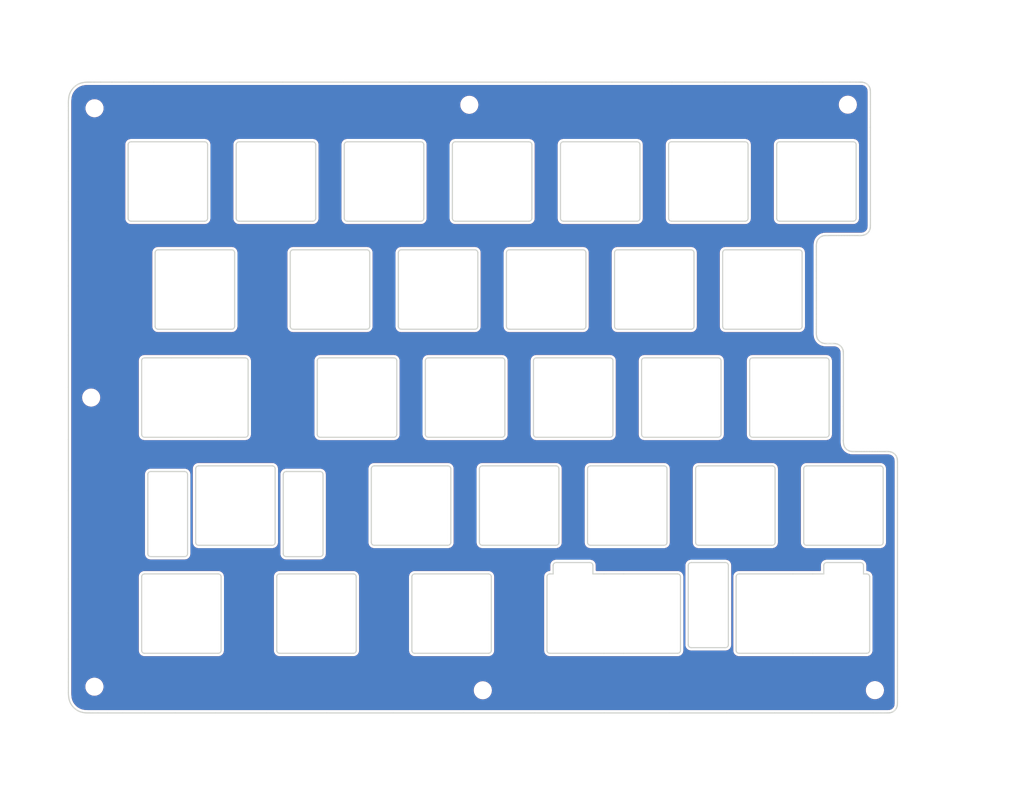
<source format=kicad_pcb>
(kicad_pcb (version 20190605) (host pcbnew "(5.1.0-1458-gf057bfc7c)")
  (layers (0 "F.Cu" signal) (31 "B.Cu" signal) (34 "B.Paste" user) (35 "F.Paste" user) (36 "B.SilkS" user) (37 "F.SilkS" user) (38 "B.Mask" user) (39 "F.Mask" user) (44 "Edge.Cuts" user))
  (net 0 "")
  (module "Mounting_Holes:MountingHole_2.2mm_M2" (layer "F.Cu") (at 22.21 21.06)
    (fp_text reference "REF**" hide)
    (fp_text value "MountingHole_2.2mm_M2" hide)
    (pad "1" np_thru_hole circle (at 0 0) (size 2.2 2.2) (drill 2.2) (layers *.Cu *.Mask))
  )
  (module "Mounting_Holes:MountingHole_2.2mm_M2" (layer "F.Cu") (at 21.62 72.08)
    (fp_text reference "REF**" hide)
    (fp_text value "MountingHole_2.2mm_M2" hide)
    (pad "1" np_thru_hole circle (at 0 0) (size 2.2 2.2) (drill 2.2) (layers *.Cu *.Mask))
  )
  (module "Mounting_Holes:MountingHole_2.2mm_M2" (layer "F.Cu") (at 22.19 123.07)
    (fp_text reference "REF**" hide)
    (fp_text value "MountingHole_2.2mm_M2" hide)
    (pad "1" np_thru_hole circle (at 0 0) (size 2.2 2.2) (drill 2.2) (layers *.Cu *.Mask))
  )
  (module "Mounting_Holes:MountingHole_2.2mm_M2" (layer "F.Cu") (at 90.64 123.7)
    (fp_text reference "REF**" hide)
    (fp_text value "MountingHole_2.2mm_M2" hide)
    (pad "1" np_thru_hole circle (at 0 0) (size 2.2 2.2) (drill 2.2) (layers *.Cu *.Mask))
  )
  (module "Mounting_Holes:MountingHole_2.2mm_M2" (layer "F.Cu") (at 159.74 123.68)
    (fp_text reference "REF**" hide)
    (fp_text value "MountingHole_2.2mm_M2" hide)
    (pad "1" np_thru_hole circle (at 0 0) (size 2.2 2.2) (drill 2.2) (layers *.Cu *.Mask))
  )
  (module "Mounting_Holes:MountingHole_2.2mm_M2" (layer "F.Cu") (at 154.97 20.43)
    (fp_text reference "REF**" hide)
    (fp_text value "MountingHole_2.2mm_M2" hide)
    (pad "1" np_thru_hole circle (at 0 0) (size 2.2 2.2) (drill 2.2) (layers *.Cu *.Mask))
  )
  (module "Mounting_Holes:MountingHole_2.2mm_M2" (layer "F.Cu") (at 88.26 20.45)
    (fp_text reference "REF**" hide)
    (fp_text value "MountingHole_2.2mm_M2" hide)
    (pad "1" np_thru_hole circle (at 0 0) (size 2.2 2.2) (drill 2.2) (layers *.Cu *.Mask))
  )
  (gr_curve (pts (xy 70.994875 84.627853) (xy 70.994875 84.35171) (xy 71.218733 84.127853) (xy 71.494875 84.127853)) (layer "Edge.Cuts") (width 0.2))
  (gr_curve (pts (xy 70.994875 97.627853) (xy 70.994875 97.627853) (xy 70.994875 84.627853) (xy 70.994875 84.627853)) (layer "Edge.Cuts") (width 0.2))
  (gr_curve (pts (xy 32.100626 100.127853) (xy 31.824484 100.127853) (xy 31.600626 99.903995) (xy 31.600626 99.627853)) (layer "Edge.Cuts") (width 0.2))
  (gr_curve (pts (xy 38.100626 100.127853) (xy 38.100626 100.127853) (xy 32.100626 100.127853) (xy 32.100626 100.127853)) (layer "Edge.Cuts") (width 0.2))
  (gr_curve (pts (xy 38.600626 99.627853) (xy 38.600626 99.903995) (xy 38.376769 100.127853) (xy 38.100626 100.127853)) (layer "Edge.Cuts") (width 0.2))
  (gr_curve (pts (xy 38.600626 85.627853) (xy 38.600626 85.627853) (xy 38.600626 99.627853) (xy 38.600626 99.627853)) (layer "Edge.Cuts") (width 0.2))
  (gr_curve (pts (xy 38.100626 85.127853) (xy 38.376769 85.127853) (xy 38.600626 85.35171) (xy 38.600626 85.627853)) (layer "Edge.Cuts") (width 0.2))
  (gr_curve (pts (xy 32.100626 85.127853) (xy 32.100626 85.127853) (xy 38.100626 85.127853) (xy 38.100626 85.127853)) (layer "Edge.Cuts") (width 0.2))
  (gr_curve (pts (xy 31.600626 85.627853) (xy 31.600626 85.35171) (xy 31.824484 85.127853) (xy 32.100626 85.127853)) (layer "Edge.Cuts") (width 0.2))
  (gr_curve (pts (xy 31.600626 99.627853) (xy 31.600626 99.627853) (xy 31.600626 85.627853) (xy 31.600626 85.627853)) (layer "Edge.Cuts") (width 0.2))
  (gr_curve (pts (xy 55.976626 100.127853) (xy 55.700484 100.127853) (xy 55.476626 99.903995) (xy 55.476626 99.627853)) (layer "Edge.Cuts") (width 0.2))
  (gr_curve (pts (xy 61.976626 100.127853) (xy 61.976626 100.127853) (xy 55.976626 100.127853) (xy 55.976626 100.127853)) (layer "Edge.Cuts") (width 0.2))
  (gr_curve (pts (xy 62.476626 99.627853) (xy 62.476626 99.903995) (xy 62.252769 100.127853) (xy 61.976626 100.127853)) (layer "Edge.Cuts") (width 0.2))
  (gr_curve (pts (xy 62.476626 85.627853) (xy 62.476626 85.627853) (xy 62.476626 99.627853) (xy 62.476626 99.627853)) (layer "Edge.Cuts") (width 0.2))
  (gr_curve (pts (xy 61.976626 85.127853) (xy 62.252769 85.127853) (xy 62.476626 85.35171) (xy 62.476626 85.627853)) (layer "Edge.Cuts") (width 0.2))
  (gr_curve (pts (xy 55.976626 85.127853) (xy 55.976626 85.127853) (xy 61.976626 85.127853) (xy 61.976626 85.127853)) (layer "Edge.Cuts") (width 0.2))
  (gr_curve (pts (xy 55.476626 85.627853) (xy 55.476626 85.35171) (xy 55.700484 85.127853) (xy 55.976626 85.127853)) (layer "Edge.Cuts") (width 0.2))
  (gr_curve (pts (xy 55.476626 99.627853) (xy 55.476626 99.627853) (xy 55.476626 85.627853) (xy 55.476626 85.627853)) (layer "Edge.Cuts") (width 0.2))
  (gr_curve (pts (xy 40.538626 98.127853) (xy 40.262484 98.127853) (xy 40.038626 97.903995) (xy 40.038626 97.627853)) (layer "Edge.Cuts") (width 0.2))
  (gr_curve (pts (xy 53.538626 98.127853) (xy 53.538626 98.127853) (xy 40.538626 98.127853) (xy 40.538626 98.127853)) (layer "Edge.Cuts") (width 0.2))
  (gr_curve (pts (xy 54.038626 97.627853) (xy 54.038626 97.903995) (xy 53.814769 98.127853) (xy 53.538626 98.127853)) (layer "Edge.Cuts") (width 0.2))
  (gr_curve (pts (xy 54.038626 84.627853) (xy 54.038626 84.627853) (xy 54.038626 97.627853) (xy 54.038626 97.627853)) (layer "Edge.Cuts") (width 0.2))
  (gr_curve (pts (xy 46.894876 46.527852) (xy 46.894876 46.527852) (xy 46.894876 59.527852) (xy 46.894876 59.527852)) (layer "Edge.Cuts") (width 0.2))
  (gr_curve (pts (xy 40.038626 97.627853) (xy 40.038626 97.627853) (xy 40.038626 84.627853) (xy 40.038626 84.627853)) (layer "Edge.Cuts") (width 0.2))
  (gr_curve (pts (xy 90.544875 84.127853) (xy 90.544875 84.127853) (xy 103.544875 84.127853) (xy 103.544875 84.127853)) (layer "Edge.Cuts") (width 0.2))
  (gr_curve (pts (xy 90.044875 84.627853) (xy 90.044875 84.35171) (xy 90.268733 84.127853) (xy 90.544875 84.127853)) (layer "Edge.Cuts") (width 0.2))
  (gr_curve (pts (xy 90.044875 97.627853) (xy 90.044875 97.627853) (xy 90.044875 84.627853) (xy 90.044875 84.627853)) (layer "Edge.Cuts") (width 0.2))
  (gr_curve (pts (xy 71.494875 98.127853) (xy 71.218733 98.127853) (xy 70.994875 97.903995) (xy 70.994875 97.627853)) (layer "Edge.Cuts") (width 0.2))
  (gr_curve (pts (xy 84.494875 98.127853) (xy 84.494875 98.127853) (xy 71.494875 98.127853) (xy 71.494875 98.127853)) (layer "Edge.Cuts") (width 0.2))
  (gr_curve (pts (xy 137.669875 65.577852) (xy 137.669875 65.30171) (xy 137.893733 65.077852) (xy 138.169875 65.077852)) (layer "Edge.Cuts") (width 0.2))
  (gr_curve (pts (xy 137.669875 78.577853) (xy 137.669875 78.577853) (xy 137.669875 65.577852) (xy 137.669875 65.577852)) (layer "Edge.Cuts") (width 0.2))
  (gr_curve (pts (xy 119.119875 79.077853) (xy 118.843733 79.077853) (xy 118.619875 78.853995) (xy 118.619875 78.577853)) (layer "Edge.Cuts") (width 0.2))
  (gr_curve (pts (xy 132.119875 79.077853) (xy 132.119875 79.077853) (xy 119.119875 79.077853) (xy 119.119875 79.077853)) (layer "Edge.Cuts") (width 0.2))
  (gr_curve (pts (xy 132.619875 78.577853) (xy 132.619875 78.853995) (xy 132.396018 79.077853) (xy 132.119875 79.077853)) (layer "Edge.Cuts") (width 0.2))
  (gr_curve (pts (xy 70.207375 60.027852) (xy 70.207375 60.027852) (xy 57.207376 60.027852) (xy 57.207376 60.027852)) (layer "Edge.Cuts") (width 0.2))
  (gr_curve (pts (xy 68.326125 116.677853) (xy 68.326125 116.953995) (xy 68.102268 117.177853) (xy 67.826125 117.177853)) (layer "Edge.Cuts") (width 0.2))
  (gr_curve (pts (xy 68.326125 103.677853) (xy 68.326125 103.677853) (xy 68.326125 116.677853) (xy 68.326125 116.677853)) (layer "Edge.Cuts") (width 0.2))
  (gr_curve (pts (xy 67.826125 103.177853) (xy 68.102268 103.177853) (xy 68.326125 103.40171) (xy 68.326125 103.677853)) (layer "Edge.Cuts") (width 0.2))
  (gr_curve (pts (xy 54.826126 103.177853) (xy 54.826126 103.177853) (xy 67.826125 103.177853) (xy 67.826125 103.177853)) (layer "Edge.Cuts") (width 0.2))
  (gr_curve (pts (xy 54.326126 103.677853) (xy 54.326126 103.40171) (xy 54.549984 103.177853) (xy 54.826126 103.177853)) (layer "Edge.Cuts") (width 0.2))
  (gr_curve (pts (xy 54.326126 116.677853) (xy 54.326126 116.677853) (xy 54.326126 103.677853) (xy 54.326126 103.677853)) (layer "Edge.Cuts") (width 0.2))
  (gr_curve (pts (xy 31.013626 117.177853) (xy 30.737484 117.177853) (xy 30.513626 116.953995) (xy 30.513626 116.677853)) (layer "Edge.Cuts") (width 0.2))
  (gr_curve (pts (xy 44.013626 117.177853) (xy 44.013626 117.177853) (xy 31.013626 117.177853) (xy 31.013626 117.177853)) (layer "Edge.Cuts") (width 0.2))
  (gr_curve (pts (xy 44.513626 116.677853) (xy 44.513626 116.953995) (xy 44.289769 117.177853) (xy 44.013626 117.177853)) (layer "Edge.Cuts") (width 0.2))
  (gr_curve (pts (xy 44.513626 103.677853) (xy 44.513626 103.677853) (xy 44.513626 116.677853) (xy 44.513626 116.677853)) (layer "Edge.Cuts") (width 0.2))
  (gr_curve (pts (xy 44.013626 103.177853) (xy 44.289769 103.177853) (xy 44.513626 103.40171) (xy 44.513626 103.677853)) (layer "Edge.Cuts") (width 0.2))
  (gr_curve (pts (xy 31.013626 103.177853) (xy 31.013626 103.177853) (xy 44.013626 103.177853) (xy 44.013626 103.177853)) (layer "Edge.Cuts") (width 0.2))
  (gr_curve (pts (xy 30.513626 103.677853) (xy 30.513626 103.40171) (xy 30.737484 103.177853) (xy 31.013626 103.177853)) (layer "Edge.Cuts") (width 0.2))
  (gr_curve (pts (xy 30.513626 116.677853) (xy 30.513626 116.677853) (xy 30.513626 103.677853) (xy 30.513626 103.677853)) (layer "Edge.Cuts") (width 0.2))
  (gr_curve (pts (xy 57.207376 46.027852) (xy 57.207376 46.027852) (xy 70.207375 46.027852) (xy 70.207375 46.027852)) (layer "Edge.Cuts") (width 0.2))
  (gr_curve (pts (xy 60.682376 26.977852) (xy 60.958519 26.977852) (xy 61.182376 27.20171) (xy 61.182376 27.477852)) (layer "Edge.Cuts") (width 0.2))
  (gr_curve (pts (xy 47.682376 26.977852) (xy 47.682376 26.977852) (xy 60.682376 26.977852) (xy 60.682376 26.977852)) (layer "Edge.Cuts") (width 0.2))
  (gr_curve (pts (xy 47.182376 27.477852) (xy 47.182376 27.20171) (xy 47.406234 26.977852) (xy 47.682376 26.977852)) (layer "Edge.Cuts") (width 0.2))
  (gr_curve (pts (xy 47.182376 40.477852) (xy 47.182376 40.477852) (xy 47.182376 27.477852) (xy 47.182376 27.477852)) (layer "Edge.Cuts") (width 0.2))
  (gr_curve (pts (xy 28.632376 40.977852) (xy 28.356234 40.977852) (xy 28.132376 40.753995) (xy 28.132376 40.477852)) (layer "Edge.Cuts") (width 0.2))
  (gr_curve (pts (xy 41.632376 40.977852) (xy 41.632376 40.977852) (xy 28.632376 40.977852) (xy 28.632376 40.977852)) (layer "Edge.Cuts") (width 0.2))
  (gr_curve (pts (xy 42.132376 40.477852) (xy 42.132376 40.753995) (xy 41.908519 40.977852) (xy 41.632376 40.977852)) (layer "Edge.Cuts") (width 0.2))
  (gr_curve (pts (xy 42.132376 27.477852) (xy 42.132376 27.477852) (xy 42.132376 40.477852) (xy 42.132376 40.477852)) (layer "Edge.Cuts") (width 0.2))
  (gr_curve (pts (xy 41.632376 26.977852) (xy 41.908519 26.977852) (xy 42.132376 27.20171) (xy 42.132376 27.477852)) (layer "Edge.Cuts") (width 0.2))
  (gr_curve (pts (xy 28.632376 26.977852) (xy 28.632376 26.977852) (xy 41.632376 26.977852) (xy 41.632376 26.977852)) (layer "Edge.Cuts") (width 0.2))
  (gr_curve (pts (xy 28.132376 27.477852) (xy 28.132376 27.20171) (xy 28.356234 26.977852) (xy 28.632376 26.977852)) (layer "Edge.Cuts") (width 0.2))
  (gr_curve (pts (xy 28.132376 40.477852) (xy 28.132376 40.477852) (xy 28.132376 27.477852) (xy 28.132376 27.477852)) (layer "Edge.Cuts") (width 0.2))
  (gr_curve (pts (xy 136.882375 26.977852) (xy 137.158518 26.977852) (xy 137.382375 27.20171) (xy 137.382375 27.477852)) (layer "Edge.Cuts") (width 0.2))
  (gr_curve (pts (xy 123.882375 26.977852) (xy 123.882375 26.977852) (xy 136.882375 26.977852) (xy 136.882375 26.977852)) (layer "Edge.Cuts") (width 0.2))
  (gr_curve (pts (xy 123.382375 27.477852) (xy 123.382375 27.20171) (xy 123.606233 26.977852) (xy 123.882375 26.977852)) (layer "Edge.Cuts") (width 0.2))
  (gr_curve (pts (xy 123.382375 40.477852) (xy 123.382375 40.477852) (xy 123.382375 27.477852) (xy 123.382375 27.477852)) (layer "Edge.Cuts") (width 0.2))
  (gr_curve (pts (xy 104.832375 40.977852) (xy 104.556233 40.977852) (xy 104.332375 40.753995) (xy 104.332375 40.477852)) (layer "Edge.Cuts") (width 0.2))
  (gr_curve (pts (xy 117.832375 40.977852) (xy 117.832375 40.977852) (xy 104.832375 40.977852) (xy 104.832375 40.977852)) (layer "Edge.Cuts") (width 0.2))
  (gr_curve (pts (xy 118.332375 40.477852) (xy 118.332375 40.753995) (xy 118.108518 40.977852) (xy 117.832375 40.977852)) (layer "Edge.Cuts") (width 0.2))
  (gr_curve (pts (xy 118.332375 27.477852) (xy 118.332375 27.477852) (xy 118.332375 40.477852) (xy 118.332375 40.477852)) (layer "Edge.Cuts") (width 0.2))
  (gr_curve (pts (xy 117.832375 26.977852) (xy 118.108518 26.977852) (xy 118.332375 27.20171) (xy 118.332375 27.477852)) (layer "Edge.Cuts") (width 0.2))
  (gr_curve (pts (xy 104.832375 26.977852) (xy 104.832375 26.977852) (xy 117.832375 26.977852) (xy 117.832375 26.977852)) (layer "Edge.Cuts") (width 0.2))
  (gr_curve (pts (xy 104.332375 27.477852) (xy 104.332375 27.20171) (xy 104.556233 26.977852) (xy 104.832375 26.977852)) (layer "Edge.Cuts") (width 0.2))
  (gr_curve (pts (xy 60.682376 40.977852) (xy 60.682376 40.977852) (xy 47.682376 40.977852) (xy 47.682376 40.977852)) (layer "Edge.Cuts") (width 0.2))
  (gr_curve (pts (xy 61.182376 40.477852) (xy 61.182376 40.753995) (xy 60.958519 40.977852) (xy 60.682376 40.977852)) (layer "Edge.Cuts") (width 0.2))
  (gr_curve (pts (xy 61.182376 27.477852) (xy 61.182376 27.477852) (xy 61.182376 40.477852) (xy 61.182376 40.477852)) (layer "Edge.Cuts") (width 0.2))
  (gr_curve (pts (xy 66.232375 27.477852) (xy 66.232375 27.20171) (xy 66.456233 26.977852) (xy 66.732375 26.977852)) (layer "Edge.Cuts") (width 0.2))
  (gr_curve (pts (xy 66.232375 40.477852) (xy 66.232375 40.477852) (xy 66.232375 27.477852) (xy 66.232375 27.477852)) (layer "Edge.Cuts") (width 0.2))
  (gr_curve (pts (xy 47.682376 40.977852) (xy 47.406234 40.977852) (xy 47.182376 40.753995) (xy 47.182376 40.477852)) (layer "Edge.Cuts") (width 0.2))
  (gr_curve (pts (xy 104.332375 40.477852) (xy 104.332375 40.477852) (xy 104.332375 27.477852) (xy 104.332375 27.477852)) (layer "Edge.Cuts") (width 0.2))
  (gr_curve (pts (xy 85.782375 40.977852) (xy 85.506233 40.977852) (xy 85.282375 40.753995) (xy 85.282375 40.477852)) (layer "Edge.Cuts") (width 0.2))
  (gr_curve (pts (xy 98.782375 40.977852) (xy 98.782375 40.977852) (xy 85.782375 40.977852) (xy 85.782375 40.977852)) (layer "Edge.Cuts") (width 0.2))
  (gr_curve (pts (xy 99.282375 40.477852) (xy 99.282375 40.753995) (xy 99.058518 40.977852) (xy 98.782375 40.977852)) (layer "Edge.Cuts") (width 0.2))
  (gr_curve (pts (xy 99.282375 27.477852) (xy 99.282375 27.477852) (xy 99.282375 40.477852) (xy 99.282375 40.477852)) (layer "Edge.Cuts") (width 0.2))
  (gr_curve (pts (xy 98.782375 26.977852) (xy 99.058518 26.977852) (xy 99.282375 27.20171) (xy 99.282375 27.477852)) (layer "Edge.Cuts") (width 0.2))
  (gr_curve (pts (xy 85.782375 26.977852) (xy 85.782375 26.977852) (xy 98.782375 26.977852) (xy 98.782375 26.977852)) (layer "Edge.Cuts") (width 0.2))
  (gr_curve (pts (xy 142.932375 40.977852) (xy 142.656233 40.977852) (xy 142.432375 40.753995) (xy 142.432375 40.477852)) (layer "Edge.Cuts") (width 0.2))
  (gr_curve (pts (xy 142.432375 27.477852) (xy 142.432375 27.20171) (xy 142.656233 26.977852) (xy 142.932375 26.977852)) (layer "Edge.Cuts") (width 0.2))
  (gr_curve (pts (xy 85.282375 27.477852) (xy 85.282375 27.20171) (xy 85.506233 26.977852) (xy 85.782375 26.977852)) (layer "Edge.Cuts") (width 0.2))
  (gr_curve (pts (xy 85.282375 40.477852) (xy 85.282375 40.477852) (xy 85.282375 27.477852) (xy 85.282375 27.477852)) (layer "Edge.Cuts") (width 0.2))
  (gr_curve (pts (xy 66.732375 40.977852) (xy 66.456233 40.977852) (xy 66.232375 40.753995) (xy 66.232375 40.477852)) (layer "Edge.Cuts") (width 0.2))
  (gr_curve (pts (xy 79.732375 40.977852) (xy 79.732375 40.977852) (xy 66.732375 40.977852) (xy 66.732375 40.977852)) (layer "Edge.Cuts") (width 0.2))
  (gr_curve (pts (xy 80.232375 40.477852) (xy 80.232375 40.753995) (xy 80.008518 40.977852) (xy 79.732375 40.977852)) (layer "Edge.Cuts") (width 0.2))
  (gr_curve (pts (xy 80.232375 27.477852) (xy 80.232375 27.477852) (xy 80.232375 40.477852) (xy 80.232375 40.477852)) (layer "Edge.Cuts") (width 0.2))
  (gr_curve (pts (xy 79.732375 26.977852) (xy 80.008518 26.977852) (xy 80.232375 27.20171) (xy 80.232375 27.477852)) (layer "Edge.Cuts") (width 0.2))
  (gr_curve (pts (xy 66.732375 26.977852) (xy 66.732375 26.977852) (xy 79.732375 26.977852) (xy 79.732375 26.977852)) (layer "Edge.Cuts") (width 0.2))
  (gr_curve (pts (xy 92.138625 103.677853) (xy 92.138625 103.677853) (xy 92.138625 116.677853) (xy 92.138625 116.677853)) (layer "Edge.Cuts") (width 0.2))
  (gr_curve (pts (xy 110.038118 101.677862) (xy 110.038118 101.677862) (xy 110.038118 103.177856) (xy 110.038118 103.177856)) (layer "Edge.Cuts") (width 0.2))
  (gr_curve (pts (xy 109.538127 101.177849) (xy 109.814273 101.177849) (xy 110.038118 101.401716) (xy 110.038118 101.677862)) (layer "Edge.Cuts") (width 0.2))
  (gr_curve (pts (xy 115.451116 117.177863) (xy 115.451116 117.177863) (xy 111.976135 117.177863) (xy 111.976135 117.177863)) (layer "Edge.Cuts") (width 0.2))
  (gr_curve (pts (xy 124.976116 117.177863) (xy 124.976116 117.177863) (xy 115.451116 117.177863) (xy 115.451116 117.177863)) (layer "Edge.Cuts") (width 0.2))
  (gr_curve (pts (xy 31.013636 65.077849) (xy 30.73749 65.077849) (xy 30.513623 65.301716) (xy 30.513623 65.577862)) (layer "Edge.Cuts") (width 0.2))
  (gr_curve (pts (xy 125.476129 116.67785) (xy 125.476129 116.953996) (xy 125.252262 117.177863) (xy 124.976116 117.177863)) (layer "Edge.Cuts") (width 0.2))
  (gr_curve (pts (xy 125.476129 103.677869) (xy 125.476129 103.677869) (xy 125.476129 116.67785) (xy 125.476129 116.67785)) (layer "Edge.Cuts") (width 0.2))
  (gr_curve (pts (xy 91.638625 103.177853) (xy 91.914768 103.177853) (xy 92.138625 103.40171) (xy 92.138625 103.677853)) (layer "Edge.Cuts") (width 0.2))
  (gr_curve (pts (xy 102.451135 117.177863) (xy 102.174989 117.177863) (xy 101.951122 116.953996) (xy 101.951122 116.67785)) (layer "Edge.Cuts") (width 0.2))
  (gr_curve (pts (xy 111.976135 117.177863) (xy 111.976135 117.177863) (xy 102.451135 117.177863) (xy 102.451135 117.177863)) (layer "Edge.Cuts") (width 0.2))
  (gr_curve (pts (xy 135.788635 117.177863) (xy 135.512489 117.177863) (xy 135.288622 116.953996) (xy 135.288622 116.67785)) (layer "Edge.Cuts") (width 0.2))
  (gr_curve (pts (xy 103.538127 101.177849) (xy 103.538127 101.177849) (xy 109.538127 101.177849) (xy 109.538127 101.177849)) (layer "Edge.Cuts") (width 0.2))
  (gr_curve (pts (xy 103.038136 101.677862) (xy 103.038136 101.401716) (xy 103.261981 101.177849) (xy 103.538127 101.177849)) (layer "Edge.Cuts") (width 0.2))
  (gr_curve (pts (xy 49.27613 78.577843) (xy 49.27613 78.577843) (xy 49.27613 65.577862) (xy 49.27613 65.577862)) (layer "Edge.Cuts") (width 0.2))
  (gr_curve (pts (xy 135.288622 103.677869) (xy 135.288622 103.401723) (xy 135.512489 103.177856) (xy 135.788635 103.177856)) (layer "Edge.Cuts") (width 0.2))
  (gr_curve (pts (xy 135.288622 116.67785) (xy 135.288622 116.67785) (xy 135.288622 103.677869) (xy 135.288622 103.677869)) (layer "Edge.Cuts") (width 0.2))
  (gr_curve (pts (xy 30.513623 65.577862) (xy 30.513623 65.577862) (xy 30.513623 78.577843) (xy 30.513623 78.577843)) (layer "Edge.Cuts") (width 0.2))
  (gr_curve (pts (xy 31.013636 79.077856) (xy 31.013636 79.077856) (xy 35.776136 79.077856) (xy 35.776136 79.077856)) (layer "Edge.Cuts") (width 0.2))
  (gr_curve (pts (xy 48.776139 65.077849) (xy 48.776139 65.077849) (xy 44.013639 65.077849) (xy 44.013639 65.077849)) (layer "Edge.Cuts") (width 0.2))
  (gr_curve (pts (xy 78.638625 103.177853) (xy 78.638625 103.177853) (xy 91.638625 103.177853) (xy 91.638625 103.177853)) (layer "Edge.Cuts") (width 0.2))
  (gr_curve (pts (xy 49.27613 65.577862) (xy 49.27613 65.301716) (xy 49.052285 65.077849) (xy 48.776139 65.077849)) (layer "Edge.Cuts") (width 0.2))
  (gr_curve (pts (xy 124.976116 103.177856) (xy 125.252262 103.177856) (xy 125.476129 103.401723) (xy 125.476129 103.677869)) (layer "Edge.Cuts") (width 0.2))
  (gr_curve (pts (xy 115.451116 103.177856) (xy 115.451116 103.177856) (xy 124.976116 103.177856) (xy 124.976116 103.177856)) (layer "Edge.Cuts") (width 0.2))
  (gr_curve (pts (xy 30.513623 78.577843) (xy 30.513623 78.853989) (xy 30.73749 79.077856) (xy 31.013636 79.077856)) (layer "Edge.Cuts") (width 0.2))
  (gr_curve (pts (xy 91.638625 117.177853) (xy 91.638625 117.177853) (xy 78.638625 117.177853) (xy 78.638625 117.177853)) (layer "Edge.Cuts") (width 0.2))
  (gr_curve (pts (xy 101.951122 103.677869) (xy 101.951122 103.401723) (xy 102.174989 103.177856) (xy 102.451135 103.177856)) (layer "Edge.Cuts") (width 0.2))
  (gr_curve (pts (xy 101.951122 116.67785) (xy 101.951122 116.67785) (xy 101.951122 103.677869) (xy 101.951122 103.677869)) (layer "Edge.Cuts") (width 0.2))
  (gr_curve (pts (xy 67.826125 117.177853) (xy 67.826125 117.177853) (xy 54.826126 117.177853) (xy 54.826126 117.177853)) (layer "Edge.Cuts") (width 0.2))
  (gr_curve (pts (xy 44.013639 79.077856) (xy 44.013639 79.077856) (xy 48.776139 79.077856) (xy 48.776139 79.077856)) (layer "Edge.Cuts") (width 0.2))
  (gr_curve (pts (xy 111.976135 103.177856) (xy 111.976135 103.177856) (xy 115.451116 103.177856) (xy 115.451116 103.177856)) (layer "Edge.Cuts") (width 0.2))
  (gr_curve (pts (xy 110.038118 103.177856) (xy 110.038118 103.177856) (xy 111.976135 103.177856) (xy 111.976135 103.177856)) (layer "Edge.Cuts") (width 0.2))
  (gr_curve (pts (xy 142.432375 40.477852) (xy 142.432375 40.477852) (xy 142.432375 27.477852) (xy 142.432375 27.477852)) (layer "Edge.Cuts") (width 0.2))
  (gr_curve (pts (xy 123.882375 40.977852) (xy 123.606233 40.977852) (xy 123.382375 40.753995) (xy 123.382375 40.477852)) (layer "Edge.Cuts") (width 0.2))
  (gr_curve (pts (xy 136.882375 40.977852) (xy 136.882375 40.977852) (xy 123.882375 40.977852) (xy 123.882375 40.977852)) (layer "Edge.Cuts") (width 0.2))
  (gr_curve (pts (xy 137.382375 40.477852) (xy 137.382375 40.753995) (xy 137.158518 40.977852) (xy 136.882375 40.977852)) (layer "Edge.Cuts") (width 0.2))
  (gr_curve (pts (xy 137.382375 27.477852) (xy 137.382375 27.477852) (xy 137.382375 40.477852) (xy 137.382375 40.477852)) (layer "Edge.Cuts") (width 0.2))
  (gr_curve (pts (xy 56.707376 59.527852) (xy 56.707376 59.527852) (xy 56.707376 46.527852) (xy 56.707376 46.527852)) (layer "Edge.Cuts") (width 0.2))
  (gr_curve (pts (xy 33.394876 60.027852) (xy 33.118734 60.027852) (xy 32.894876 59.803995) (xy 32.894876 59.527852)) (layer "Edge.Cuts") (width 0.2))
  (gr_curve (pts (xy 70.707375 46.527852) (xy 70.707375 46.527852) (xy 70.707375 59.527852) (xy 70.707375 59.527852)) (layer "Edge.Cuts") (width 0.2))
  (gr_curve (pts (xy 46.394876 60.027852) (xy 46.394876 60.027852) (xy 33.394876 60.027852) (xy 33.394876 60.027852)) (layer "Edge.Cuts") (width 0.2))
  (gr_curve (pts (xy 103.038136 103.177856) (xy 103.038136 103.177856) (xy 103.038136 101.677862) (xy 103.038136 101.677862)) (layer "Edge.Cuts") (width 0.2))
  (gr_curve (pts (xy 102.451135 103.177856) (xy 102.451135 103.177856) (xy 103.038136 103.177856) (xy 103.038136 103.177856)) (layer "Edge.Cuts") (width 0.2))
  (gr_curve (pts (xy 94.519875 78.577853) (xy 94.519875 78.853995) (xy 94.296018 79.077853) (xy 94.019875 79.077853)) (layer "Edge.Cuts") (width 0.2))
  (gr_curve (pts (xy 94.519875 65.577852) (xy 94.519875 65.577852) (xy 94.519875 78.577853) (xy 94.519875 78.577853)) (layer "Edge.Cuts") (width 0.2))
  (gr_curve (pts (xy 92.138625 116.677853) (xy 92.138625 116.953995) (xy 91.914768 117.177853) (xy 91.638625 117.177853)) (layer "Edge.Cuts") (width 0.2))
  (gr_curve (pts (xy 48.776139 79.077856) (xy 49.052285 79.077856) (xy 49.27613 78.853989) (xy 49.27613 78.577843)) (layer "Edge.Cuts") (width 0.2))
  (gr_curve (pts (xy 113.069875 65.077852) (xy 113.346018 65.077852) (xy 113.569875 65.30171) (xy 113.569875 65.577852)) (layer "Edge.Cuts") (width 0.2))
  (gr_curve (pts (xy 100.069875 65.077852) (xy 100.069875 65.077852) (xy 113.069875 65.077852) (xy 113.069875 65.077852)) (layer "Edge.Cuts") (width 0.2))
  (gr_curve (pts (xy 35.776136 65.077849) (xy 35.776136 65.077849) (xy 31.013636 65.077849) (xy 31.013636 65.077849)) (layer "Edge.Cuts") (width 0.2))
  (gr_curve (pts (xy 99.569875 65.577852) (xy 99.569875 65.30171) (xy 99.793733 65.077852) (xy 100.069875 65.077852)) (layer "Edge.Cuts") (width 0.2))
  (gr_curve (pts (xy 99.569875 78.577853) (xy 99.569875 78.577853) (xy 99.569875 65.577852) (xy 99.569875 65.577852)) (layer "Edge.Cuts") (width 0.2))
  (gr_curve (pts (xy 57.207376 60.027852) (xy 56.931234 60.027852) (xy 56.707376 59.803995) (xy 56.707376 59.527852)) (layer "Edge.Cuts") (width 0.2))
  (gr_curve (pts (xy 32.894876 46.527852) (xy 32.894876 46.25171) (xy 33.118734 46.027852) (xy 33.394876 46.027852)) (layer "Edge.Cuts") (width 0.2))
  (gr_curve (pts (xy 127.357375 60.027852) (xy 127.357375 60.027852) (xy 114.357375 60.027852) (xy 114.357375 60.027852)) (layer "Edge.Cuts") (width 0.2))
  (gr_curve (pts (xy 127.857375 59.527852) (xy 127.857375 59.803995) (xy 127.633518 60.027852) (xy 127.357375 60.027852)) (layer "Edge.Cuts") (width 0.2))
  (gr_curve (pts (xy 113.569875 78.577853) (xy 113.569875 78.853995) (xy 113.346018 79.077853) (xy 113.069875 79.077853)) (layer "Edge.Cuts") (width 0.2))
  (gr_curve (pts (xy 113.569875 65.577852) (xy 113.569875 65.577852) (xy 113.569875 78.577853) (xy 113.569875 78.577853)) (layer "Edge.Cuts") (width 0.2))
  (gr_curve (pts (xy 123.094875 97.627853) (xy 123.094875 97.903995) (xy 122.871018 98.127853) (xy 122.594875 98.127853)) (layer "Edge.Cuts") (width 0.2))
  (gr_curve (pts (xy 123.094875 84.627853) (xy 123.094875 84.627853) (xy 123.094875 97.627853) (xy 123.094875 97.627853)) (layer "Edge.Cuts") (width 0.2))
  (gr_curve (pts (xy 122.594875 84.127853) (xy 122.871018 84.127853) (xy 123.094875 84.35171) (xy 123.094875 84.627853)) (layer "Edge.Cuts") (width 0.2))
  (gr_curve (pts (xy 78.138625 103.677853) (xy 78.138625 103.40171) (xy 78.362483 103.177853) (xy 78.638625 103.177853)) (layer "Edge.Cuts") (width 0.2))
  (gr_curve (pts (xy 35.776136 79.077856) (xy 35.776136 79.077856) (xy 44.013639 79.077856) (xy 44.013639 79.077856)) (layer "Edge.Cuts") (width 0.2))
  (gr_curve (pts (xy 78.138625 116.677853) (xy 78.138625 116.677853) (xy 78.138625 103.677853) (xy 78.138625 103.677853)) (layer "Edge.Cuts") (width 0.2))
  (gr_curve (pts (xy 114.357375 46.027852) (xy 114.357375 46.027852) (xy 127.357375 46.027852) (xy 127.357375 46.027852)) (layer "Edge.Cuts") (width 0.2))
  (gr_curve (pts (xy 113.857375 46.527852) (xy 113.857375 46.25171) (xy 114.081233 46.027852) (xy 114.357375 46.027852)) (layer "Edge.Cuts") (width 0.2))
  (gr_curve (pts (xy 128.644875 98.127853) (xy 128.368733 98.127853) (xy 128.144875 97.903995) (xy 128.144875 97.627853)) (layer "Edge.Cuts") (width 0.2))
  (gr_curve (pts (xy 141.644875 98.127853) (xy 141.644875 98.127853) (xy 128.644875 98.127853) (xy 128.644875 98.127853)) (layer "Edge.Cuts") (width 0.2))
  (gr_curve (pts (xy 142.144875 97.627853) (xy 142.144875 97.903995) (xy 141.921018 98.127853) (xy 141.644875 98.127853)) (layer "Edge.Cuts") (width 0.2))
  (gr_curve (pts (xy 100.069875 79.077853) (xy 99.793733 79.077853) (xy 99.569875 78.853995) (xy 99.569875 78.577853)) (layer "Edge.Cuts") (width 0.2))
  (gr_curve (pts (xy 113.069875 79.077853) (xy 113.069875 79.077853) (xy 100.069875 79.077853) (xy 100.069875 79.077853)) (layer "Edge.Cuts") (width 0.2))
  (gr_curve (pts (xy 109.094875 84.627853) (xy 109.094875 84.35171) (xy 109.318733 84.127853) (xy 109.594875 84.127853)) (layer "Edge.Cuts") (width 0.2))
  (gr_curve (pts (xy 109.094875 97.627853) (xy 109.094875 97.627853) (xy 109.094875 84.627853) (xy 109.094875 84.627853)) (layer "Edge.Cuts") (width 0.2))
  (gr_curve (pts (xy 90.544875 98.127853) (xy 90.268733 98.127853) (xy 90.044875 97.903995) (xy 90.044875 97.627853)) (layer "Edge.Cuts") (width 0.2))
  (gr_curve (pts (xy 54.826126 117.177853) (xy 54.549984 117.177853) (xy 54.326126 116.953995) (xy 54.326126 116.677853)) (layer "Edge.Cuts") (width 0.2))
  (gr_curve (pts (xy 89.757375 46.527852) (xy 89.757375 46.527852) (xy 89.757375 59.527852) (xy 89.757375 59.527852)) (layer "Edge.Cuts") (width 0.2))
  (gr_curve (pts (xy 89.257375 46.027852) (xy 89.533518 46.027852) (xy 89.757375 46.25171) (xy 89.757375 46.527852)) (layer "Edge.Cuts") (width 0.2))
  (gr_curve (pts (xy 70.207375 46.027852) (xy 70.483518 46.027852) (xy 70.707375 46.25171) (xy 70.707375 46.527852)) (layer "Edge.Cuts") (width 0.2))
  (gr_curve (pts (xy 33.394876 46.027852) (xy 33.394876 46.027852) (xy 46.394876 46.027852) (xy 46.394876 46.027852)) (layer "Edge.Cuts") (width 0.2))
  (gr_curve (pts (xy 32.894876 59.527852) (xy 32.894876 59.527852) (xy 32.894876 46.527852) (xy 32.894876 46.527852)) (layer "Edge.Cuts") (width 0.2))
  (gr_curve (pts (xy 46.394876 46.027852) (xy 46.671019 46.027852) (xy 46.894876 46.25171) (xy 46.894876 46.527852)) (layer "Edge.Cuts") (width 0.2))
  (gr_curve (pts (xy 46.894876 59.527852) (xy 46.894876 59.803995) (xy 46.671019 60.027852) (xy 46.394876 60.027852)) (layer "Edge.Cuts") (width 0.2))
  (gr_curve (pts (xy 53.538626 84.127853) (xy 53.814769 84.127853) (xy 54.038626 84.35171) (xy 54.038626 84.627853)) (layer "Edge.Cuts") (width 0.2))
  (gr_curve (pts (xy 118.619875 65.577852) (xy 118.619875 65.30171) (xy 118.843733 65.077852) (xy 119.119875 65.077852)) (layer "Edge.Cuts") (width 0.2))
  (gr_curve (pts (xy 118.619875 78.577853) (xy 118.619875 78.577853) (xy 118.619875 65.577852) (xy 118.619875 65.577852)) (layer "Edge.Cuts") (width 0.2))
  (gr_curve (pts (xy 103.544875 98.127853) (xy 103.544875 98.127853) (xy 90.544875 98.127853) (xy 90.544875 98.127853)) (layer "Edge.Cuts") (width 0.2))
  (gr_curve (pts (xy 104.044875 97.627853) (xy 104.044875 97.903995) (xy 103.821018 98.127853) (xy 103.544875 98.127853)) (layer "Edge.Cuts") (width 0.2))
  (gr_curve (pts (xy 104.044875 84.627853) (xy 104.044875 84.627853) (xy 104.044875 97.627853) (xy 104.044875 97.627853)) (layer "Edge.Cuts") (width 0.2))
  (gr_curve (pts (xy 132.119875 65.077852) (xy 132.396018 65.077852) (xy 132.619875 65.30171) (xy 132.619875 65.577852)) (layer "Edge.Cuts") (width 0.2))
  (gr_curve (pts (xy 119.119875 65.077852) (xy 119.119875 65.077852) (xy 132.119875 65.077852) (xy 132.119875 65.077852)) (layer "Edge.Cuts") (width 0.2))
  (gr_curve (pts (xy 44.013639 65.077849) (xy 44.013639 65.077849) (xy 35.776136 65.077849) (xy 35.776136 65.077849)) (layer "Edge.Cuts") (width 0.2))
  (gr_curve (pts (xy 78.638625 117.177853) (xy 78.362483 117.177853) (xy 78.138625 116.953995) (xy 78.138625 116.677853)) (layer "Edge.Cuts") (width 0.2))
  (gr_curve (pts (xy 132.907375 46.527852) (xy 132.907375 46.25171) (xy 133.131233 46.027852) (xy 133.407375 46.027852)) (layer "Edge.Cuts") (width 0.2))
  (gr_curve (pts (xy 132.619875 65.577852) (xy 132.619875 65.577852) (xy 132.619875 78.577853) (xy 132.619875 78.577853)) (layer "Edge.Cuts") (width 0.2))
  (gr_curve (pts (xy 61.969876 79.077853) (xy 61.693734 79.077853) (xy 61.469876 78.853995) (xy 61.469876 78.577853)) (layer "Edge.Cuts") (width 0.2))
  (gr_curve (pts (xy 74.969875 79.077853) (xy 74.969875 79.077853) (xy 61.969876 79.077853) (xy 61.969876 79.077853)) (layer "Edge.Cuts") (width 0.2))
  (gr_curve (pts (xy 75.469875 78.577853) (xy 75.469875 78.853995) (xy 75.246018 79.077853) (xy 74.969875 79.077853)) (layer "Edge.Cuts") (width 0.2))
  (gr_curve (pts (xy 61.969876 65.077852) (xy 61.969876 65.077852) (xy 74.969875 65.077852) (xy 74.969875 65.077852)) (layer "Edge.Cuts") (width 0.2))
  (gr_curve (pts (xy 81.019875 79.077853) (xy 80.743733 79.077853) (xy 80.519875 78.853995) (xy 80.519875 78.577853)) (layer "Edge.Cuts") (width 0.2))
  (gr_curve (pts (xy 94.019875 79.077853) (xy 94.019875 79.077853) (xy 81.019875 79.077853) (xy 81.019875 79.077853)) (layer "Edge.Cuts") (width 0.2))
  (gr_curve (pts (xy 76.257375 46.027852) (xy 76.257375 46.027852) (xy 89.257375 46.027852) (xy 89.257375 46.027852)) (layer "Edge.Cuts") (width 0.2))
  (gr_curve (pts (xy 75.757375 46.527852) (xy 75.757375 46.25171) (xy 75.981233 46.027852) (xy 76.257375 46.027852)) (layer "Edge.Cuts") (width 0.2))
  (gr_curve (pts (xy 108.807375 46.527852) (xy 108.807375 46.527852) (xy 108.807375 59.527852) (xy 108.807375 59.527852)) (layer "Edge.Cuts") (width 0.2))
  (gr_curve (pts (xy 108.307375 46.027852) (xy 108.583518 46.027852) (xy 108.807375 46.25171) (xy 108.807375 46.527852)) (layer "Edge.Cuts") (width 0.2))
  (gr_curve (pts (xy 84.994875 84.627853) (xy 84.994875 84.627853) (xy 84.994875 97.627853) (xy 84.994875 97.627853)) (layer "Edge.Cuts") (width 0.2))
  (gr_curve (pts (xy 84.494875 84.127853) (xy 84.771018 84.127853) (xy 84.994875 84.35171) (xy 84.994875 84.627853)) (layer "Edge.Cuts") (width 0.2))
  (gr_curve (pts (xy 71.494875 84.127853) (xy 71.494875 84.127853) (xy 84.494875 84.127853) (xy 84.494875 84.127853)) (layer "Edge.Cuts") (width 0.2))
  (gr_curve (pts (xy 142.144875 84.627853) (xy 142.144875 84.627853) (xy 142.144875 97.627853) (xy 142.144875 97.627853)) (layer "Edge.Cuts") (width 0.2))
  (gr_curve (pts (xy 141.644875 84.127853) (xy 141.921018 84.127853) (xy 142.144875 84.35171) (xy 142.144875 84.627853)) (layer "Edge.Cuts") (width 0.2))
  (gr_curve (pts (xy 128.644875 84.127853) (xy 128.644875 84.127853) (xy 141.644875 84.127853) (xy 141.644875 84.127853)) (layer "Edge.Cuts") (width 0.2))
  (gr_curve (pts (xy 128.144875 84.627853) (xy 128.144875 84.35171) (xy 128.368733 84.127853) (xy 128.644875 84.127853)) (layer "Edge.Cuts") (width 0.2))
  (gr_curve (pts (xy 128.144875 97.627853) (xy 128.144875 97.627853) (xy 128.144875 84.627853) (xy 128.144875 84.627853)) (layer "Edge.Cuts") (width 0.2))
  (gr_curve (pts (xy 109.594875 98.127853) (xy 109.318733 98.127853) (xy 109.094875 97.903995) (xy 109.094875 97.627853)) (layer "Edge.Cuts") (width 0.2))
  (gr_curve (pts (xy 122.594875 98.127853) (xy 122.594875 98.127853) (xy 109.594875 98.127853) (xy 109.594875 98.127853)) (layer "Edge.Cuts") (width 0.2))
  (gr_curve (pts (xy 109.594875 84.127853) (xy 109.594875 84.127853) (xy 122.594875 84.127853) (xy 122.594875 84.127853)) (layer "Edge.Cuts") (width 0.2))
  (gr_curve (pts (xy 75.757375 59.527852) (xy 75.757375 59.527852) (xy 75.757375 46.527852) (xy 75.757375 46.527852)) (layer "Edge.Cuts") (width 0.2))
  (gr_curve (pts (xy 84.994875 97.627853) (xy 84.994875 97.903995) (xy 84.771018 98.127853) (xy 84.494875 98.127853)) (layer "Edge.Cuts") (width 0.2))
  (gr_curve (pts (xy 40.538626 84.127853) (xy 40.538626 84.127853) (xy 53.538626 84.127853) (xy 53.538626 84.127853)) (layer "Edge.Cuts") (width 0.2))
  (gr_curve (pts (xy 40.038626 84.627853) (xy 40.038626 84.35171) (xy 40.262484 84.127853) (xy 40.538626 84.127853)) (layer "Edge.Cuts") (width 0.2))
  (gr_curve (pts (xy 133.407375 60.027852) (xy 133.131233 60.027852) (xy 132.907375 59.803995) (xy 132.907375 59.527852)) (layer "Edge.Cuts") (width 0.2))
  (gr_curve (pts (xy 114.357375 60.027852) (xy 114.081233 60.027852) (xy 113.857375 59.803995) (xy 113.857375 59.527852)) (layer "Edge.Cuts") (width 0.2))
  (gr_curve (pts (xy 113.857375 59.527852) (xy 113.857375 59.527852) (xy 113.857375 46.527852) (xy 113.857375 46.527852)) (layer "Edge.Cuts") (width 0.2))
  (gr_curve (pts (xy 95.307375 60.027852) (xy 95.031233 60.027852) (xy 94.807375 59.803995) (xy 94.807375 59.527852)) (layer "Edge.Cuts") (width 0.2))
  (gr_curve (pts (xy 103.544875 84.127853) (xy 103.821018 84.127853) (xy 104.044875 84.35171) (xy 104.044875 84.627853)) (layer "Edge.Cuts") (width 0.2))
  (gr_curve (pts (xy 56.707376 46.527852) (xy 56.707376 46.25171) (xy 56.931234 46.027852) (xy 57.207376 46.027852)) (layer "Edge.Cuts") (width 0.2))
  (gr_curve (pts (xy 108.307375 60.027852) (xy 108.307375 60.027852) (xy 95.307375 60.027852) (xy 95.307375 60.027852)) (layer "Edge.Cuts") (width 0.2))
  (gr_curve (pts (xy 108.807375 59.527852) (xy 108.807375 59.803995) (xy 108.583518 60.027852) (xy 108.307375 60.027852)) (layer "Edge.Cuts") (width 0.2))
  (gr_curve (pts (xy 132.907375 59.527852) (xy 132.907375 59.527852) (xy 132.907375 46.527852) (xy 132.907375 46.527852)) (layer "Edge.Cuts") (width 0.2))
  (gr_curve (pts (xy 94.807375 59.527852) (xy 94.807375 59.527852) (xy 94.807375 46.527852) (xy 94.807375 46.527852)) (layer "Edge.Cuts") (width 0.2))
  (gr_curve (pts (xy 76.257375 60.027852) (xy 75.981233 60.027852) (xy 75.757375 59.803995) (xy 75.757375 59.527852)) (layer "Edge.Cuts") (width 0.2))
  (gr_curve (pts (xy 127.857375 46.527852) (xy 127.857375 46.527852) (xy 127.857375 59.527852) (xy 127.857375 59.527852)) (layer "Edge.Cuts") (width 0.2))
  (gr_curve (pts (xy 127.357375 46.027852) (xy 127.633518 46.027852) (xy 127.857375 46.25171) (xy 127.857375 46.527852)) (layer "Edge.Cuts") (width 0.2))
  (gr_curve (pts (xy 95.307375 46.027852) (xy 95.307375 46.027852) (xy 108.307375 46.027852) (xy 108.307375 46.027852)) (layer "Edge.Cuts") (width 0.2))
  (gr_curve (pts (xy 94.807375 46.527852) (xy 94.807375 46.25171) (xy 95.031233 46.027852) (xy 95.307375 46.027852)) (layer "Edge.Cuts") (width 0.2))
  (gr_curve (pts (xy 70.707375 59.527852) (xy 70.707375 59.803995) (xy 70.483518 60.027852) (xy 70.207375 60.027852)) (layer "Edge.Cuts") (width 0.2))
  (gr_curve (pts (xy 89.257375 60.027852) (xy 89.257375 60.027852) (xy 76.257375 60.027852) (xy 76.257375 60.027852)) (layer "Edge.Cuts") (width 0.2))
  (gr_curve (pts (xy 89.757375 59.527852) (xy 89.757375 59.803995) (xy 89.533518 60.027852) (xy 89.257375 60.027852)) (layer "Edge.Cuts") (width 0.2))
  (gr_curve (pts (xy 61.469876 65.577852) (xy 61.469876 65.30171) (xy 61.693734 65.077852) (xy 61.969876 65.077852)) (layer "Edge.Cuts") (width 0.2))
  (gr_curve (pts (xy 61.469876 78.577853) (xy 61.469876 78.577853) (xy 61.469876 65.577852) (xy 61.469876 65.577852)) (layer "Edge.Cuts") (width 0.2))
  (gr_curve (pts (xy 138.169875 79.077853) (xy 137.893733 79.077853) (xy 137.669875 78.853995) (xy 137.669875 78.577853)) (layer "Edge.Cuts") (width 0.2))
  (gr_curve (pts (xy 94.019875 65.077852) (xy 94.296018 65.077852) (xy 94.519875 65.30171) (xy 94.519875 65.577852)) (layer "Edge.Cuts") (width 0.2))
  (gr_curve (pts (xy 81.019875 65.077852) (xy 81.019875 65.077852) (xy 94.019875 65.077852) (xy 94.019875 65.077852)) (layer "Edge.Cuts") (width 0.2))
  (gr_curve (pts (xy 80.519875 65.577852) (xy 80.519875 65.30171) (xy 80.743733 65.077852) (xy 81.019875 65.077852)) (layer "Edge.Cuts") (width 0.2))
  (gr_curve (pts (xy 80.519875 78.577853) (xy 80.519875 78.577853) (xy 80.519875 65.577852) (xy 80.519875 65.577852)) (layer "Edge.Cuts") (width 0.2))
  (gr_curve (pts (xy 75.469875 65.577852) (xy 75.469875 65.577852) (xy 75.469875 78.577853) (xy 75.469875 78.577853)) (layer "Edge.Cuts") (width 0.2))
  (gr_curve (pts (xy 74.969875 65.077852) (xy 75.246018 65.077852) (xy 75.469875 65.30171) (xy 75.469875 65.577852)) (layer "Edge.Cuts") (width 0.2))
  (gr_curve (pts (xy 133.914115 101.677855) (xy 133.914115 101.401709) (xy 133.69027 101.177864) (xy 133.414124 101.177864)) (layer "Edge.Cuts") (width 0.2))
  (gr_curve (pts (xy 133.914115 115.677861) (xy 133.914115 115.677861) (xy 133.914115 101.677855) (xy 133.914115 101.677855)) (layer "Edge.Cuts") (width 0.2))
  (gr_curve (pts (xy 133.414124 116.177852) (xy 133.69027 116.177852) (xy 133.914115 115.954007) (xy 133.914115 115.677861)) (layer "Edge.Cuts") (width 0.2))
  (gr_curve (pts (xy 133.350627 116.177852) (xy 133.350627 116.177852) (xy 133.414124 116.177852) (xy 133.414124 116.177852)) (layer "Edge.Cuts") (width 0.2))
  (gr_curve (pts (xy 127.414124 116.177852) (xy 127.414124 116.177852) (xy 133.350627 116.177852) (xy 133.350627 116.177852)) (layer "Edge.Cuts") (width 0.2))
  (gr_curve (pts (xy 127.350627 116.177852) (xy 127.350627 116.177852) (xy 127.414124 116.177852) (xy 127.414124 116.177852)) (layer "Edge.Cuts") (width 0.2))
  (gr_curve (pts (xy 126.850636 115.677861) (xy 126.850636 115.954007) (xy 127.074481 116.177852) (xy 127.350627 116.177852)) (layer "Edge.Cuts") (width 0.2))
  (gr_curve (pts (xy 126.850636 101.677855) (xy 126.850636 101.677855) (xy 126.850636 115.677861) (xy 126.850636 115.677861)) (layer "Edge.Cuts") (width 0.2))
  (gr_curve (pts (xy 127.350627 101.177864) (xy 127.074481 101.177864) (xy 126.850636 101.401709) (xy 126.850636 101.677855)) (layer "Edge.Cuts") (width 0.2))
  (gr_curve (pts (xy 127.414124 101.177864) (xy 127.414124 101.177864) (xy 127.350627 101.177864) (xy 127.350627 101.177864)) (layer "Edge.Cuts") (width 0.2))
  (gr_curve (pts (xy 133.350627 101.177864) (xy 133.350627 101.177864) (xy 127.414124 101.177864) (xy 127.414124 101.177864)) (layer "Edge.Cuts") (width 0.2))
  (gr_curve (pts (xy 133.414124 101.177864) (xy 133.414124 101.177864) (xy 133.350627 101.177864) (xy 133.350627 101.177864)) (layer "Edge.Cuts") (width 0.2))
  (gr_curve (pts (xy 151.669875 65.577852) (xy 151.669875 65.577852) (xy 151.669875 78.577853) (xy 151.669875 78.577853)) (layer "Edge.Cuts") (width 0.2))
  (gr_curve (pts (xy 151.169875 65.077852) (xy 151.446018 65.077852) (xy 151.669875 65.30171) (xy 151.669875 65.577852)) (layer "Edge.Cuts") (width 0.2))
  (gr_curve (pts (xy 138.169875 65.077852) (xy 138.169875 65.077852) (xy 151.169875 65.077852) (xy 151.169875 65.077852)) (layer "Edge.Cuts") (width 0.2))
  (gr_curve (pts (xy 133.407375 46.027852) (xy 133.407375 46.027852) (xy 146.407375 46.027852) (xy 146.407375 46.027852)) (layer "Edge.Cuts") (width 0.2))
  (gr_curve (pts (xy 151.169875 79.077853) (xy 151.169875 79.077853) (xy 138.169875 79.077853) (xy 138.169875 79.077853)) (layer "Edge.Cuts") (width 0.2))
  (gr_curve (pts (xy 151.669875 78.577853) (xy 151.669875 78.853995) (xy 151.446018 79.077853) (xy 151.169875 79.077853)) (layer "Edge.Cuts") (width 0.2))
  (gr_curve (pts (xy 146.907375 46.527852) (xy 146.907375 46.527852) (xy 146.907375 59.527852) (xy 146.907375 59.527852)) (layer "Edge.Cuts") (width 0.2))
  (gr_curve (pts (xy 146.407375 46.027852) (xy 146.683518 46.027852) (xy 146.907375 46.25171) (xy 146.907375 46.527852)) (layer "Edge.Cuts") (width 0.2))
  (gr_curve (pts (xy 160.694875 98.127853) (xy 160.694875 98.127853) (xy 147.694875 98.127853) (xy 147.694875 98.127853)) (layer "Edge.Cuts") (width 0.2))
  (gr_curve (pts (xy 161.194875 97.627853) (xy 161.194875 97.903995) (xy 160.971018 98.127853) (xy 160.694875 98.127853)) (layer "Edge.Cuts") (width 0.2))
  (gr_curve (pts (xy 161.194875 84.627853) (xy 161.194875 84.627853) (xy 161.194875 97.627853) (xy 161.194875 97.627853)) (layer "Edge.Cuts") (width 0.2))
  (gr_curve (pts (xy 160.694875 84.127853) (xy 160.971018 84.127853) (xy 161.194875 84.35171) (xy 161.194875 84.627853)) (layer "Edge.Cuts") (width 0.2))
  (gr_curve (pts (xy 147.694875 84.127853) (xy 147.694875 84.127853) (xy 160.694875 84.127853) (xy 160.694875 84.127853)) (layer "Edge.Cuts") (width 0.2))
  (gr_curve (pts (xy 147.194875 84.627853) (xy 147.194875 84.35171) (xy 147.418733 84.127853) (xy 147.694875 84.127853)) (layer "Edge.Cuts") (width 0.2))
  (gr_curve (pts (xy 147.194875 97.627853) (xy 147.194875 97.627853) (xy 147.194875 84.627853) (xy 147.194875 84.627853)) (layer "Edge.Cuts") (width 0.2))
  (gr_curve (pts (xy 146.407375 60.027852) (xy 146.407375 60.027852) (xy 133.407375 60.027852) (xy 133.407375 60.027852)) (layer "Edge.Cuts") (width 0.2))
  (gr_curve (pts (xy 146.907375 59.527852) (xy 146.907375 59.803995) (xy 146.683518 60.027852) (xy 146.407375 60.027852)) (layer "Edge.Cuts") (width 0.2))
  (gr_curve (pts (xy 147.694875 98.127853) (xy 147.418733 98.127853) (xy 147.194875 97.903995) (xy 147.194875 97.627853)) (layer "Edge.Cuts") (width 0.2))
  (gr_curve (pts (xy 155.932375 40.977852) (xy 155.932375 40.977852) (xy 142.932375 40.977852) (xy 142.932375 40.977852)) (layer "Edge.Cuts") (width 0.2))
  (gr_curve (pts (xy 156.432375 40.477852) (xy 156.432375 40.753995) (xy 156.208518 40.977852) (xy 155.932375 40.977852)) (layer "Edge.Cuts") (width 0.2))
  (gr_curve (pts (xy 156.432375 27.477852) (xy 156.432375 27.477852) (xy 156.432375 40.477852) (xy 156.432375 40.477852)) (layer "Edge.Cuts") (width 0.2))
  (gr_curve (pts (xy 155.932375 26.977852) (xy 156.208518 26.977852) (xy 156.432375 27.20171) (xy 156.432375 27.477852)) (layer "Edge.Cuts") (width 0.2))
  (gr_curve (pts (xy 142.932375 26.977852) (xy 142.932375 26.977852) (xy 155.932375 26.977852) (xy 155.932375 26.977852)) (layer "Edge.Cuts") (width 0.2))
  (gr_curve (pts (xy 150.726633 103.177856) (xy 150.726633 103.177856) (xy 150.726633 101.677862) (xy 150.726633 101.677862)) (layer "Edge.Cuts") (width 0.2))
  (gr_curve (pts (xy 148.788616 103.177856) (xy 148.788616 103.177856) (xy 150.726633 103.177856) (xy 150.726633 103.177856)) (layer "Edge.Cuts") (width 0.2))
  (gr_curve (pts (xy 158.813629 116.67785) (xy 158.813629 116.953996) (xy 158.589762 117.177863) (xy 158.313616 117.177863)) (layer "Edge.Cuts") (width 0.2))
  (gr_curve (pts (xy 158.813629 103.677869) (xy 158.813629 103.677869) (xy 158.813629 116.67785) (xy 158.813629 116.67785)) (layer "Edge.Cuts") (width 0.2))
  (gr_curve (pts (xy 145.313635 103.177856) (xy 145.313635 103.177856) (xy 148.788616 103.177856) (xy 148.788616 103.177856)) (layer "Edge.Cuts") (width 0.2))
  (gr_curve (pts (xy 135.788635 103.177856) (xy 135.788635 103.177856) (xy 145.313635 103.177856) (xy 145.313635 103.177856)) (layer "Edge.Cuts") (width 0.2))
  (gr_curve (pts (xy 151.226624 101.177849) (xy 151.226624 101.177849) (xy 157.226624 101.177849) (xy 157.226624 101.177849)) (layer "Edge.Cuts") (width 0.2))
  (gr_curve (pts (xy 150.726633 101.677862) (xy 150.726633 101.401716) (xy 150.950478 101.177849) (xy 151.226624 101.177849)) (layer "Edge.Cuts") (width 0.2))
  (gr_curve (pts (xy 145.313635 117.177863) (xy 145.313635 117.177863) (xy 135.788635 117.177863) (xy 135.788635 117.177863)) (layer "Edge.Cuts") (width 0.2))
  (gr_curve (pts (xy 158.313616 103.177856) (xy 158.589762 103.177856) (xy 158.813629 103.401723) (xy 158.813629 103.677869)) (layer "Edge.Cuts") (width 0.2))
  (gr_curve (pts (xy 157.726615 103.177856) (xy 157.726615 103.177856) (xy 158.313616 103.177856) (xy 158.313616 103.177856)) (layer "Edge.Cuts") (width 0.2))
  (gr_curve (pts (xy 157.726615 101.677862) (xy 157.726615 101.677862) (xy 157.726615 103.177856) (xy 157.726615 103.177856)) (layer "Edge.Cuts") (width 0.2))
  (gr_curve (pts (xy 157.226624 101.177849) (xy 157.50277 101.177849) (xy 157.726615 101.401716) (xy 157.726615 101.677862)) (layer "Edge.Cuts") (width 0.2))
  (gr_curve (pts (xy 148.788616 117.177863) (xy 148.788616 117.177863) (xy 145.313635 117.177863) (xy 145.313635 117.177863)) (layer "Edge.Cuts") (width 0.2))
  (gr_curve (pts (xy 158.313616 117.177863) (xy 158.313616 117.177863) (xy 148.788616 117.177863) (xy 148.788616 117.177863)) (layer "Edge.Cuts") (width 0.2))
  (gr_line (start 152.174258 62.55) (end 152.146226 62.55) (layer "Edge.Cuts") (width 0.2))
  (gr_line (start 158.846566 17.474473) (end 158.796492 17.354186) (layer "Edge.Cuts") (width 0.2))
  (gr_line (start 158.796492 17.354186) (end 158.734076 17.237063) (layer "Edge.Cuts") (width 0.2))
  (gr_line (start 158.734076 17.237063) (end 158.660278 17.124365) (layer "Edge.Cuts") (width 0.2))
  (gr_line (start 158.660278 17.124365) (end 158.576272 17.017267) (layer "Edge.Cuts") (width 0.2))
  (gr_line (start 154.194993 77.091667) (end 154.194993 76.092382) (layer "Edge.Cuts") (width 0.2))
  (gr_line (start 154.194993 76.092382) (end 154.194993 74.929254) (layer "Edge.Cuts") (width 0.2))
  (gr_line (start 154.194993 74.929254) (end 154.194993 73.65381) (layer "Edge.Cuts") (width 0.2))
  (gr_line (start 158.576272 17.017267) (end 158.483234 16.916943) (layer "Edge.Cuts") (width 0.2))
  (gr_line (start 20.321139 127.643035) (end 20.547596 127.671671) (layer "Edge.Cuts") (width 0.2))
  (gr_line (start 20.084714 127.599645) (end 20.321139 127.643035) (layer "Edge.Cuts") (width 0.2))
  (gr_line (start 154.194993 73.65381) (end 154.194993 72.317579) (layer "Edge.Cuts") (width 0.2))
  (gr_line (start 158.483234 16.916943) (end 158.382339 16.824569) (layer "Edge.Cuts") (width 0.2))
  (gr_line (start 154.194993 72.317579) (end 154.194993 70.972089) (layer "Edge.Cuts") (width 0.2))
  (gr_line (start 154.194993 70.972089) (end 154.194993 69.668868) (layer "Edge.Cuts") (width 0.2))
  (gr_line (start 158.382339 16.824569) (end 158.274761 16.741318) (layer "Edge.Cuts") (width 0.2))
  (gr_line (start 154.194993 69.668868) (end 154.194993 68.459445) (layer "Edge.Cuts") (width 0.2))
  (gr_line (start 154.194993 68.459445) (end 154.194993 67.395347) (layer "Edge.Cuts") (width 0.2))
  (gr_line (start 149.439199 45.059918) (end 149.448485 44.952643) (layer "Edge.Cuts") (width 0.2))
  (gr_line (start 149.448485 44.952643) (end 149.463854 44.838488) (layer "Edge.Cuts") (width 0.2))
  (gr_line (start 158.274761 16.741318) (end 158.161675 16.668367) (layer "Edge.Cuts") (width 0.2))
  (gr_line (start 154.194993 67.395347) (end 154.194993 66.524634) (layer "Edge.Cuts") (width 0.2))
  (gr_line (start 154.194993 66.524634) (end 154.194993 65.850963) (layer "Edge.Cuts") (width 0.2))
  (gr_line (start 158.957751 24.461804) (end 158.957751 24.450198) (layer "Edge.Cuts") (width 0.2))
  (gr_line (start 154.194993 65.850963) (end 154.194993 65.347293) (layer "Edge.Cuts") (width 0.2))
  (gr_line (start 154.194993 65.347293) (end 154.194993 64.985968) (layer "Edge.Cuts") (width 0.2))
  (gr_line (start 154.194993 64.985968) (end 154.194993 64.739333) (layer "Edge.Cuts") (width 0.2))
  (gr_line (start 154.194993 64.739333) (end 154.194993 64.579734) (layer "Edge.Cuts") (width 0.2))
  (gr_line (start 154.194993 64.579734) (end 154.194993 64.479514) (layer "Edge.Cuts") (width 0.2))
  (gr_line (start 154.194993 64.479514) (end 154.194993 64.41102) (layer "Edge.Cuts") (width 0.2))
  (gr_line (start 154.194993 64.41102) (end 154.194987 64.346707) (layer "Edge.Cuts") (width 0.2))
  (gr_line (start 158.161675 16.668367) (end 158.044256 16.60689) (layer "Edge.Cuts") (width 0.2))
  (gr_line (start 154.194987 64.346707) (end 154.194455 64.26907) (layer "Edge.Cuts") (width 0.2))
  (gr_line (start 154.194455 64.26907) (end 154.19196 64.178508) (layer "Edge.Cuts") (width 0.2))
  (gr_line (start 154.19196 64.178508) (end 154.185967 64.077269) (layer "Edge.Cuts") (width 0.2))
  (gr_line (start 158.044256 16.60689) (end 157.923793 16.557775) (layer "Edge.Cuts") (width 0.2))
  (gr_line (start 158.933237 17.833748) (end 158.913408 17.716502) (layer "Edge.Cuts") (width 0.2))
  (gr_line (start 154.185967 64.077269) (end 154.174945 63.967603) (layer "Edge.Cuts") (width 0.2))
  (gr_line (start 154.174945 63.967603) (end 154.15736 63.851759) (layer "Edge.Cuts") (width 0.2))
  (gr_line (start 154.15736 63.851759) (end 154.131679 63.731984) (layer "Edge.Cuts") (width 0.2))
  (gr_line (start 154.131679 63.731984) (end 154.09637 63.610529) (layer "Edge.Cuts") (width 0.2))
  (gr_line (start 154.09637 63.610529) (end 154.049899 63.489642) (layer "Edge.Cuts") (width 0.2))
  (gr_line (start 157.923793 16.557775) (end 157.80227 16.520155) (layer "Edge.Cuts") (width 0.2))
  (gr_line (start 154.049899 63.489642) (end 153.991088 63.371432) (layer "Edge.Cuts") (width 0.2))
  (gr_line (start 153.991088 63.371432) (end 153.920547 63.257298) (layer "Edge.Cuts") (width 0.2))
  (gr_line (start 153.920547 63.257298) (end 153.839449 63.148415) (layer "Edge.Cuts") (width 0.2))
  (gr_line (start 153.839449 63.148415) (end 153.74897 63.045957) (layer "Edge.Cuts") (width 0.2))
  (gr_line (start 20.759588 127.688618) (end 20.952616 127.696943) (layer "Edge.Cuts") (width 0.2))
  (gr_line (start 20.547596 127.671671) (end 20.759588 127.688618) (layer "Edge.Cuts") (width 0.2))
  (gr_line (start 153.74897 63.045957) (end 153.650284 62.9511) (layer "Edge.Cuts") (width 0.2))
  (gr_line (start 153.650284 62.9511) (end 153.544568 62.865018) (layer "Edge.Cuts") (width 0.2))
  (gr_line (start 153.544568 62.865018) (end 153.432994 62.788887) (layer "Edge.Cuts") (width 0.2))
  (gr_line (start 157.80227 16.520155) (end 157.681936 16.492499) (layer "Edge.Cuts") (width 0.2))
  (gr_line (start 153.432994 62.788887) (end 153.316739 62.723881) (layer "Edge.Cuts") (width 0.2))
  (gr_line (start 157.681936 16.492499) (end 157.565039 16.473274) (layer "Edge.Cuts") (width 0.2))
  (gr_line (start 153.316739 62.723881) (end 153.197009 62.671094) (layer "Edge.Cuts") (width 0.2))
  (gr_line (start 153.197009 62.671094) (end 153.075566 62.630221) (layer "Edge.Cuts") (width 0.2))
  (gr_line (start 157.565039 16.473274) (end 157.453829 16.460947) (layer "Edge.Cuts") (width 0.2))
  (gr_line (start 153.075566 62.630221) (end 152.954644 62.599767) (layer "Edge.Cuts") (width 0.2))
  (gr_line (start 152.954644 62.599767) (end 152.836492 62.578199) (layer "Edge.Cuts") (width 0.2))
  (gr_line (start 152.146226 62.55) (end 152.114175 62.55) (layer "Edge.Cuts") (width 0.2))
  (gr_line (start 158.957751 20.342769) (end 158.957751 19.875662) (layer "Edge.Cuts") (width 0.2))
  (gr_line (start 152.836492 62.578199) (end 152.72336 62.563985) (layer "Edge.Cuts") (width 0.2))
  (gr_line (start 157.453829 16.460947) (end 157.350555 16.453985) (layer "Edge.Cuts") (width 0.2))
  (gr_line (start 158.957751 19.875662) (end 158.957751 19.472591) (layer "Edge.Cuts") (width 0.2))
  (gr_line (start 152.72336 62.563985) (end 152.617495 62.55559) (layer "Edge.Cuts") (width 0.2))
  (gr_line (start 152.617495 62.55559) (end 152.521147 62.551483) (layer "Edge.Cuts") (width 0.2))
  (gr_line (start 152.521147 62.551483) (end 152.436564 62.55013) (layer "Edge.Cuts") (width 0.2))
  (gr_line (start 152.436564 62.55013) (end 152.365989 62.55) (layer "Edge.Cuts") (width 0.2))
  (gr_line (start 152.365989 62.55) (end 152.310112 62.55) (layer "Edge.Cuts") (width 0.2))
  (gr_line (start 152.310112 62.55) (end 152.266197 62.55) (layer "Edge.Cuts") (width 0.2))
  (gr_line (start 158.957751 19.472591) (end 158.957751 19.149608) (layer "Edge.Cuts") (width 0.2))
  (gr_line (start 21.122183 127.699712) (end 21.264063 127.699986) (layer "Edge.Cuts") (width 0.2))
  (gr_line (start 20.952616 127.696943) (end 21.122183 127.699712) (layer "Edge.Cuts") (width 0.2))
  (gr_line (start 157.350555 16.453985) (end 157.257465 16.450856) (layer "Edge.Cuts") (width 0.2))
  (gr_line (start 158.957751 19.149608) (end 158.957751 18.901084) (layer "Edge.Cuts") (width 0.2))
  (gr_line (start 149.849326 44.027214) (end 149.945573 43.929855) (layer "Edge.Cuts") (width 0.2))
  (gr_line (start 158.957751 18.901084) (end 158.957751 18.714857) (layer "Edge.Cuts") (width 0.2))
  (gr_line (start 152.940814 43.5) (end 153.392088 43.5) (layer "Edge.Cuts") (width 0.2))
  (gr_line (start 153.392088 43.5) (end 153.874547 43.5) (layer "Edge.Cuts") (width 0.2))
  (gr_line (start 123.471469 127.699986) (end 133.644647 127.699986) (layer "Edge.Cuts") (width 0.2))
  (gr_line (start 112.027793 127.699986) (end 123.471469 127.699986) (layer "Edge.Cuts") (width 0.2))
  (gr_line (start 153.874547 43.5) (end 154.369273 43.5) (layer "Edge.Cuts") (width 0.2))
  (gr_line (start 154.369273 43.5) (end 154.857348 43.5) (layer "Edge.Cuts") (width 0.2))
  (gr_line (start 157.257465 16.450856) (end 157.176809 16.450025) (layer "Edge.Cuts") (width 0.2))
  (gr_line (start 19.360579 127.350377) (end 19.599953 127.45634) (layer "Edge.Cuts") (width 0.2))
  (gr_line (start 19.128197 127.219999) (end 19.360579 127.350377) (layer "Edge.Cuts") (width 0.2))
  (gr_line (start 158.957751 18.714857) (end 158.957751 18.578767) (layer "Edge.Cuts") (width 0.2))
  (gr_line (start 157.176809 16.450025) (end 157.105921 16.449993) (layer "Edge.Cuts") (width 0.2))
  (gr_line (start 154.857348 43.5) (end 155.319855 43.5) (layer "Edge.Cuts") (width 0.2))
  (gr_line (start 149.945573 43.929855) (end 150.049218 43.840905) (layer "Edge.Cuts") (width 0.2))
  (gr_line (start 155.319855 43.5) (end 155.737877 43.5) (layer "Edge.Cuts") (width 0.2))
  (gr_line (start 155.737877 43.5) (end 156.092521 43.5) (layer "Edge.Cuts") (width 0.2))
  (gr_line (start 156.092521 43.5) (end 156.372913 43.5) (layer "Edge.Cuts") (width 0.2))
  (gr_line (start 156.372913 43.5) (end 156.587537 43.5) (layer "Edge.Cuts") (width 0.2))
  (gr_line (start 142.079998 127.699986) (end 148.641636 127.699986) (layer "Edge.Cuts") (width 0.2))
  (gr_line (start 133.644647 127.699986) (end 142.079998 127.699986) (layer "Edge.Cuts") (width 0.2))
  (gr_line (start 17.607775 124.104375) (end 17.608801 124.259209) (layer "Edge.Cuts") (width 0.2))
  (gr_line (start 17.607766 123.967746) (end 17.607775 124.104375) (layer "Edge.Cuts") (width 0.2))
  (gr_line (start 156.587537 43.5) (end 156.747742 43.5) (layer "Edge.Cuts") (width 0.2))
  (gr_line (start 149.432514 60.475794) (end 149.432514 60.290684) (layer "Edge.Cuts") (width 0.2))
  (gr_line (start 156.747742 43.5) (end 156.864878 43.5) (layer "Edge.Cuts") (width 0.2))
  (gr_line (start 157.105921 16.449993) (end 156.929129 16.449993) (layer "Edge.Cuts") (width 0.2))
  (gr_line (start 156.864878 43.5) (end 156.950295 43.5) (layer "Edge.Cuts") (width 0.2))
  (gr_line (start 153.55328 127.699986) (end 157.056681 127.699986) (layer "Edge.Cuts") (width 0.2))
  (gr_line (start 148.641636 127.699986) (end 153.55328 127.699986) (layer "Edge.Cuts") (width 0.2))
  (gr_line (start 156.929129 16.449993) (end 156.417748 16.449993) (layer "Edge.Cuts") (width 0.2))
  (gr_line (start 156.950295 43.5) (end 157.015342 43.5) (layer "Edge.Cuts") (width 0.2))
  (gr_line (start 163.390618 127.06818) (end 163.468543 126.95753) (layer "Edge.Cuts") (width 0.2))
  (gr_line (start 163.302944 127.172772) (end 163.390618 127.06818) (layer "Edge.Cuts") (width 0.2))
  (gr_line (start 159.393586 127.699986) (end 160.805744 127.699986) (layer "Edge.Cuts") (width 0.2))
  (gr_line (start 157.056681 127.699986) (end 159.393586 127.699986) (layer "Edge.Cuts") (width 0.2))
  (gr_line (start 17.607766 123.729573) (end 17.607766 123.967746) (layer "Edge.Cuts") (width 0.2))
  (gr_line (start 17.607766 123.209896) (end 17.607766 123.729573) (layer "Edge.Cuts") (width 0.2))
  (gr_line (start 157.015342 43.5) (end 157.071368 43.5) (layer "Edge.Cuts") (width 0.2))
  (gr_line (start 157.071368 43.5) (end 157.129724 43.5) (layer "Edge.Cuts") (width 0.2))
  (gr_line (start 158.957751 24.450198) (end 158.957751 24.449517) (layer "Edge.Cuts") (width 0.2))
  (gr_line (start 157.129724 43.5) (end 157.200542 43.499863) (layer "Edge.Cuts") (width 0.2))
  (gr_line (start 161.534904 127.699986) (end 161.822814 127.699986) (layer "Edge.Cuts") (width 0.2))
  (gr_line (start 160.805744 127.699986) (end 161.534904 127.699986) (layer "Edge.Cuts") (width 0.2))
  (gr_line (start 17.607766 122.228181) (end 17.607766 123.209896) (layer "Edge.Cuts") (width 0.2))
  (gr_line (start 17.607766 120.603893) (end 17.607766 122.228181) (layer "Edge.Cuts") (width 0.2))
  (gr_line (start 158.913408 17.716502) (end 158.885029 17.595994) (layer "Edge.Cuts") (width 0.2))
  (gr_line (start 157.200542 43.499863) (end 157.285326 43.498479) (layer "Edge.Cuts") (width 0.2))
  (gr_line (start 152.231047 62.55) (end 152.201466 62.55) (layer "Edge.Cuts") (width 0.2))
  (gr_line (start 157.285326 43.498479) (end 157.38184 43.494317) (layer "Edge.Cuts") (width 0.2))
  (gr_line (start 74.870942 127.699986) (end 87.247814 127.699986) (layer "Edge.Cuts") (width 0.2))
  (gr_line (start 63.142436 127.699986) (end 74.870942 127.699986) (layer "Edge.Cuts") (width 0.2))
  (gr_line (start 152.201466 62.55) (end 152.174258 62.55) (layer "Edge.Cuts") (width 0.2))
  (gr_line (start 157.38184 43.494317) (end 157.487836 43.485843) (layer "Edge.Cuts") (width 0.2))
  (gr_line (start 161.911171 127.699985) (end 161.98636 127.699637) (layer "Edge.Cuts") (width 0.2))
  (gr_line (start 161.822814 127.699986) (end 161.911171 127.699985) (layer "Edge.Cuts") (width 0.2))
  (gr_line (start 157.487836 43.485843) (end 157.601064 43.471525) (layer "Edge.Cuts") (width 0.2))
  (gr_line (start 157.601064 43.471525) (end 157.719277 43.44983) (layer "Edge.Cuts") (width 0.2))
  (gr_line (start 157.719277 43.44983) (end 157.840224 43.419225) (layer "Edge.Cuts") (width 0.2))
  (gr_line (start 99.793337 127.699986) (end 112.027793 127.699986) (layer "Edge.Cuts") (width 0.2))
  (gr_line (start 87.247814 127.699986) (end 99.793337 127.699986) (layer "Edge.Cuts") (width 0.2))
  (gr_line (start 157.840224 43.419225) (end 157.961657 43.378177) (layer "Edge.Cuts") (width 0.2))
  (gr_line (start 17.607766 96.756482) (end 17.607766 104.074983) (layer "Edge.Cuts") (width 0.2))
  (gr_line (start 17.607766 88.446503) (end 17.607766 96.756482) (layer "Edge.Cuts") (width 0.2))
  (gr_line (start 163.633294 126.601458) (end 163.66543 126.480286) (layer "Edge.Cuts") (width 0.2))
  (gr_line (start 163.590476 126.722764) (end 163.633294 126.601458) (layer "Edge.Cuts") (width 0.2))
  (gr_line (start 156.417748 16.449993) (end 155.338183 16.449993) (layer "Edge.Cuts") (width 0.2))
  (gr_line (start 163.719756 125.882023) (end 163.719756 125.810834) (layer "Edge.Cuts") (width 0.2))
  (gr_line (start 163.719523 125.95516) (end 163.719756 125.882023) (layer "Edge.Cuts") (width 0.2))
  (gr_line (start 163.717806 126.041925) (end 163.719523 125.95516) (layer "Edge.Cuts") (width 0.2))
  (gr_line (start 17.896312 125.816956) (end 18.01355 126.053485) (layer "Edge.Cuts") (width 0.2))
  (gr_line (start 17.803744 125.57513) (end 17.896312 125.816956) (layer "Edge.Cuts") (width 0.2))
  (gr_line (start 17.607766 21.471798) (end 17.607766 22.823594) (layer "Edge.Cuts") (width 0.2))
  (gr_line (start 17.607766 20.692054) (end 17.607766 21.471798) (layer "Edge.Cuts") (width 0.2))
  (gr_line (start 158.920451 42.196396) (end 158.937922 42.080631) (layer "Edge.Cuts") (width 0.2))
  (gr_line (start 151.947283 43.5) (end 152.206966 43.5) (layer "Edge.Cuts") (width 0.2))
  (gr_line (start 157.961657 43.378177) (end 158.081344 43.325196) (layer "Edge.Cuts") (width 0.2))
  (gr_line (start 158.957751 18.578767) (end 158.957751 18.48065) (layer "Edge.Cuts") (width 0.2))
  (gr_line (start 150.540112 16.449993) (end 146.354412 16.449993) (layer "Edge.Cuts") (width 0.2))
  (gr_line (start 153.456836 16.449993) (end 150.540112 16.449993) (layer "Edge.Cuts") (width 0.2))
  (gr_line (start 21.442195 127.699986) (end 21.878035 127.699986) (layer "Edge.Cuts") (width 0.2))
  (gr_line (start 21.264063 127.699986) (end 21.442195 127.699986) (layer "Edge.Cuts") (width 0.2))
  (gr_line (start 17.607766 24.927978) (end 17.607766 27.965485) (layer "Edge.Cuts") (width 0.2))
  (gr_line (start 17.607766 22.823594) (end 17.607766 24.927978) (layer "Edge.Cuts") (width 0.2))
  (gr_line (start 158.957751 37.050734) (end 158.957751 35.678481) (layer "Edge.Cuts") (width 0.2))
  (gr_line (start 149.434464 45.158061) (end 149.439199 45.059918) (layer "Edge.Cuts") (width 0.2))
  (gr_line (start 150.049218 43.840905) (end 150.159088 43.761538) (layer "Edge.Cuts") (width 0.2))
  (gr_line (start 150.159088 43.761538) (end 150.274006 43.692929) (layer "Edge.Cuts") (width 0.2))
  (gr_line (start 163.719756 125.413095) (end 163.719756 124.938621) (layer "Edge.Cuts") (width 0.2))
  (gr_line (start 163.719756 125.679179) (end 163.719756 125.413095) (layer "Edge.Cuts") (width 0.2))
  (gr_line (start 163.719756 125.810834) (end 163.719756 125.679179) (layer "Edge.Cuts") (width 0.2))
  (gr_line (start 18.496851 126.704981) (end 18.693984 126.894951) (layer "Edge.Cuts") (width 0.2))
  (gr_line (start 18.316168 126.499847) (end 18.496851 126.704981) (layer "Edge.Cuts") (width 0.2))
  (gr_line (start 162.517004 127.641729) (end 162.63833 127.608184) (layer "Edge.Cuts") (width 0.2))
  (gr_line (start 162.397745 127.665909) (end 162.517004 127.641729) (layer "Edge.Cuts") (width 0.2))
  (gr_line (start 150.274006 43.692929) (end 150.392795 43.636246) (layer "Edge.Cuts") (width 0.2))
  (gr_line (start 152.114175 62.55) (end 152.074908 62.55) (layer "Edge.Cuts") (width 0.2))
  (gr_line (start 158.937922 42.080631) (end 158.948854 41.971079) (layer "Edge.Cuts") (width 0.2))
  (gr_line (start 158.957751 35.678481) (end 158.957751 34.200877) (layer "Edge.Cuts") (width 0.2))
  (gr_line (start 150.392795 43.636246) (end 150.51394 43.591803) (layer "Edge.Cuts") (width 0.2))
  (gr_line (start 151.348022 62.55) (end 151.300534 62.55) (layer "Edge.Cuts") (width 0.2))
  (gr_line (start 18.572028 17.368857) (end 18.38464 17.568347) (layer "Edge.Cuts") (width 0.2))
  (gr_line (start 18.774948 17.185449) (end 18.572028 17.368857) (layer "Edge.Cuts") (width 0.2))
  (gr_line (start 162.07486 127.697588) (end 162.174424 127.692306) (layer "Edge.Cuts") (width 0.2))
  (gr_line (start 161.98636 127.699637) (end 162.07486 127.697588) (layer "Edge.Cuts") (width 0.2))
  (gr_line (start 158.957751 24.449517) (end 158.957751 24.442223) (layer "Edge.Cuts") (width 0.2))
  (gr_line (start 149.847887 62.021205) (end 149.760356 61.91651) (layer "Edge.Cuts") (width 0.2))
  (gr_line (start 149.761652 44.131806) (end 149.849326 44.027214) (layer "Edge.Cuts") (width 0.2))
  (gr_line (start 151.300534 62.55) (end 151.240038 62.55) (layer "Edge.Cuts") (width 0.2))
  (gr_line (start 163.719756 123.068655) (end 163.719756 121.525239) (layer "Edge.Cuts") (width 0.2))
  (gr_line (start 163.719756 124.181795) (end 163.719756 123.068655) (layer "Edge.Cuts") (width 0.2))
  (gr_line (start 163.719756 124.938621) (end 163.719756 124.181795) (layer "Edge.Cuts") (width 0.2))
  (gr_line (start 158.957751 24.442223) (end 158.957751 24.417917) (layer "Edge.Cuts") (width 0.2))
  (gr_line (start 152.074908 62.55) (end 152.02581 62.55) (layer "Edge.Cuts") (width 0.2))
  (gr_line (start 140.666141 16.449993) (end 133.242025 16.449993) (layer "Edge.Cuts") (width 0.2))
  (gr_line (start 146.354412 16.449993) (end 140.666141 16.449993) (layer "Edge.Cuts") (width 0.2))
  (gr_line (start 151.240038 62.55) (end 151.164624 62.549637) (layer "Edge.Cuts") (width 0.2))
  (gr_line (start 158.885029 17.595994) (end 158.846566 17.474473) (layer "Edge.Cuts") (width 0.2))
  (gr_line (start 152.02581 62.55) (end 151.968007 62.55) (layer "Edge.Cuts") (width 0.2))
  (gr_line (start 158.894909 42.316126) (end 158.920451 42.196396) (layer "Edge.Cuts") (width 0.2))
  (gr_line (start 149.760356 61.91651) (end 149.682593 61.805774) (layer "Edge.Cuts") (width 0.2))
  (gr_line (start 158.957751 24.417917) (end 158.957751 24.366327) (layer "Edge.Cuts") (width 0.2))
  (gr_line (start 163.688416 126.361498) (end 163.703785 126.247343) (layer "Edge.Cuts") (width 0.2))
  (gr_line (start 163.66543 126.480286) (end 163.688416 126.361498) (layer "Edge.Cuts") (width 0.2))
  (gr_line (start 158.957751 24.366327) (end 158.957751 24.277183) (layer "Edge.Cuts") (width 0.2))
  (gr_line (start 151.968007 62.55) (end 151.904107 62.55) (layer "Edge.Cuts") (width 0.2))
  (gr_line (start 22.815222 127.699986) (end 24.497398 127.699986) (layer "Edge.Cuts") (width 0.2))
  (gr_line (start 21.878035 127.699986) (end 22.815222 127.699986) (layer "Edge.Cuts") (width 0.2))
  (gr_line (start 17.73345 125.332238) (end 17.803744 125.57513) (layer "Edge.Cuts") (width 0.2))
  (gr_line (start 17.682366 125.092777) (end 17.73345 125.332238) (layer "Edge.Cuts") (width 0.2))
  (gr_line (start 124.01989 16.449993) (end 113.389418 16.449993) (layer "Edge.Cuts") (width 0.2))
  (gr_line (start 133.242025 16.449993) (end 124.01989 16.449993) (layer "Edge.Cuts") (width 0.2))
  (gr_line (start 18.215133 17.781569) (end 18.065857 18.006175) (layer "Edge.Cuts") (width 0.2))
  (gr_line (start 18.38464 17.568347) (end 18.215133 17.781569) (layer "Edge.Cuts") (width 0.2))
  (gr_line (start 158.081344 43.325196) (end 158.197535 43.260007) (layer "Edge.Cuts") (width 0.2))
  (gr_line (start 149.432514 60.592449) (end 149.432514 60.475794) (layer "Edge.Cuts") (width 0.2))
  (gr_line (start 158.957751 18.48065) (end 158.957751 18.408344) (layer "Edge.Cuts") (width 0.2))
  (gr_line (start 151.164624 62.549637) (end 151.075933 62.547549) (layer "Edge.Cuts") (width 0.2))
  (gr_line (start 101.814021 16.449993) (end 89.757111 16.449993) (layer "Edge.Cuts") (width 0.2))
  (gr_line (start 113.389418 16.449993) (end 101.814021 16.449993) (layer "Edge.Cuts") (width 0.2))
  (gr_line (start 150.51394 43.591803) (end 150.635266 43.558258) (layer "Edge.Cuts") (width 0.2))
  (gr_line (start 149.682593 61.805774) (end 149.615771 61.690173) (layer "Edge.Cuts") (width 0.2))
  (gr_line (start 158.957751 18.408344) (end 158.957751 18.349687) (layer "Edge.Cuts") (width 0.2))
  (gr_line (start 150.635266 43.558258) (end 150.754525 43.534077) (layer "Edge.Cuts") (width 0.2))
  (gr_line (start 151.075933 62.547549) (end 150.976214 62.542204) (layer "Edge.Cuts") (width 0.2))
  (gr_line (start 149.615771 61.690173) (end 149.561035 61.570893) (layer "Edge.Cuts") (width 0.2))
  (gr_line (start 152.266197 62.55) (end 152.231047 62.55) (layer "Edge.Cuts") (width 0.2))
  (gr_line (start 149.561035 61.570893) (end 149.518396 61.449572) (layer "Edge.Cuts") (width 0.2))
  (gr_line (start 17.607766 32.11665) (end 17.607766 37.56201) (layer "Edge.Cuts") (width 0.2))
  (gr_line (start 17.607766 27.965485) (end 17.607766 32.11665) (layer "Edge.Cuts") (width 0.2))
  (gr_line (start 154.194993 79.599801) (end 154.194993 79.589214) (layer "Edge.Cuts") (width 0.2))
  (gr_line (start 154.194993 79.600083) (end 154.194993 79.599801) (layer "Edge.Cuts") (width 0.2))
  (gr_line (start 154.194993 79.601392) (end 154.194993 79.600083) (layer "Edge.Cuts") (width 0.2))
  (gr_line (start 154.194993 79.605803) (end 154.194993 79.601392) (layer "Edge.Cuts") (width 0.2))
  (gr_line (start 154.194993 79.615208) (end 154.194993 79.605803) (layer "Edge.Cuts") (width 0.2))
  (gr_line (start 154.194993 79.631496) (end 154.194993 79.615208) (layer "Edge.Cuts") (width 0.2))
  (gr_line (start 154.194993 79.656559) (end 154.194993 79.631496) (layer "Edge.Cuts") (width 0.2))
  (gr_line (start 154.194993 79.692289) (end 154.194993 79.656559) (layer "Edge.Cuts") (width 0.2))
  (gr_line (start 154.194993 79.740575) (end 154.194993 79.692289) (layer "Edge.Cuts") (width 0.2))
  (gr_line (start 154.194998 79.803294) (end 154.194993 79.740575) (layer "Edge.Cuts") (width 0.2))
  (gr_line (start 154.19553 79.88093) (end 154.194998 79.803294) (layer "Edge.Cuts") (width 0.2))
  (gr_line (start 154.198026 79.971493) (end 154.19553 79.88093) (layer "Edge.Cuts") (width 0.2))
  (gr_line (start 154.204018 80.072731) (end 154.198026 79.971493) (layer "Edge.Cuts") (width 0.2))
  (gr_line (start 154.215041 80.182397) (end 154.204018 80.072731) (layer "Edge.Cuts") (width 0.2))
  (gr_line (start 154.232626 80.298242) (end 154.215041 80.182397) (layer "Edge.Cuts") (width 0.2))
  (gr_line (start 154.258306 80.418017) (end 154.232626 80.298242) (layer "Edge.Cuts") (width 0.2))
  (gr_line (start 154.293615 80.539472) (end 154.258306 80.418017) (layer "Edge.Cuts") (width 0.2))
  (gr_line (start 154.340086 80.660359) (end 154.293615 80.539472) (layer "Edge.Cuts") (width 0.2))
  (gr_line (start 154.398897 80.778569) (end 154.340086 80.660359) (layer "Edge.Cuts") (width 0.2))
  (gr_line (start 154.469439 80.892703) (end 154.398897 80.778569) (layer "Edge.Cuts") (width 0.2))
  (gr_line (start 154.550536 81.001586) (end 154.469439 80.892703) (layer "Edge.Cuts") (width 0.2))
  (gr_line (start 154.641015 81.104044) (end 154.550536 81.001586) (layer "Edge.Cuts") (width 0.2))
  (gr_line (start 154.739701 81.198901) (end 154.641015 81.104044) (layer "Edge.Cuts") (width 0.2))
  (gr_line (start 154.845418 81.284982) (end 154.739701 81.198901) (layer "Edge.Cuts") (width 0.2))
  (gr_line (start 154.956991 81.361114) (end 154.845418 81.284982) (layer "Edge.Cuts") (width 0.2))
  (gr_line (start 155.073246 81.42612) (end 154.956991 81.361114) (layer "Edge.Cuts") (width 0.2))
  (gr_line (start 155.192976 81.478907) (end 155.073246 81.42612) (layer "Edge.Cuts") (width 0.2))
  (gr_line (start 155.314419 81.51978) (end 155.192976 81.478907) (layer "Edge.Cuts") (width 0.2))
  (gr_line (start 155.435341 81.550233) (end 155.314419 81.51978) (layer "Edge.Cuts") (width 0.2))
  (gr_line (start 155.553493 81.571801) (end 155.435341 81.550233) (layer "Edge.Cuts") (width 0.2))
  (gr_line (start 155.666626 81.586016) (end 155.553493 81.571801) (layer "Edge.Cuts") (width 0.2))
  (gr_line (start 155.772491 81.594411) (end 155.666626 81.586016) (layer "Edge.Cuts") (width 0.2))
  (gr_line (start 155.868839 81.598518) (end 155.772491 81.594411) (layer "Edge.Cuts") (width 0.2))
  (gr_line (start 155.953421 81.599871) (end 155.868839 81.598518) (layer "Edge.Cuts") (width 0.2))
  (gr_line (start 156.024007 81.6) (end 155.953421 81.599871) (layer "Edge.Cuts") (width 0.2))
  (gr_line (start 151.904107 62.55) (end 151.836718 62.55) (layer "Edge.Cuts") (width 0.2))
  (gr_line (start 19.84282 127.538435) (end 20.084714 127.599645) (layer "Edge.Cuts") (width 0.2))
  (gr_line (start 19.599953 127.45634) (end 19.84282 127.538435) (layer "Edge.Cuts") (width 0.2))
  (gr_line (start 158.957751 18.349687) (end 158.957751 18.292516) (layer "Edge.Cuts") (width 0.2))
  (gr_line (start 158.948854 41.971079) (end 158.95478 41.86999) (layer "Edge.Cuts") (width 0.2))
  (gr_line (start 158.95478 41.86999) (end 158.957233 41.779612) (layer "Edge.Cuts") (width 0.2))
  (gr_line (start 163.719756 116.862757) (end 163.719756 113.74359) (layer "Edge.Cuts") (width 0.2))
  (gr_line (start 163.719756 119.477586) (end 163.719756 116.862757) (layer "Edge.Cuts") (width 0.2))
  (gr_line (start 163.719756 121.525239) (end 163.719756 119.477586) (layer "Edge.Cuts") (width 0.2))
  (gr_line (start 163.719756 106.564954) (end 163.719756 102.793769) (layer "Edge.Cuts") (width 0.2))
  (gr_line (start 163.719756 110.262942) (end 163.719756 106.564954) (layer "Edge.Cuts") (width 0.2))
  (gr_line (start 163.719756 113.74359) (end 163.719756 110.262942) (layer "Edge.Cuts") (width 0.2))
  (gr_line (start 151.836718 62.55) (end 151.768453 62.55) (layer "Edge.Cuts") (width 0.2))
  (gr_line (start 156.783626 81.6) (end 156.56808 81.6) (layer "Edge.Cuts") (width 0.2))
  (gr_line (start 157.065111 81.6) (end 156.783626 81.6) (layer "Edge.Cuts") (width 0.2))
  (gr_line (start 157.420855 81.6) (end 157.065111 81.6) (layer "Edge.Cuts") (width 0.2))
  (gr_line (start 157.839682 81.6) (end 157.420855 81.6) (layer "Edge.Cuts") (width 0.2))
  (gr_line (start 158.302694 81.6) (end 157.839682 81.6) (layer "Edge.Cuts") (width 0.2))
  (gr_line (start 158.790976 81.6) (end 158.302694 81.6) (layer "Edge.Cuts") (width 0.2))
  (gr_line (start 159.285613 81.6) (end 158.790976 81.6) (layer "Edge.Cuts") (width 0.2))
  (gr_line (start 149.432514 60.290684) (end 149.432514 60.009465) (layer "Edge.Cuts") (width 0.2))
  (gr_line (start 151.768453 62.55) (end 151.701921 62.55) (layer "Edge.Cuts") (width 0.2))
  (gr_line (start 158.197535 43.260007) (end 158.309026 43.183711) (layer "Edge.Cuts") (width 0.2))
  (gr_line (start 158.957751 34.200877) (end 158.957751 32.6763) (layer "Edge.Cuts") (width 0.2))
  (gr_line (start 149.518396 61.449572) (end 149.486415 61.328421) (layer "Edge.Cuts") (width 0.2))
  (gr_line (start 158.309026 43.183711) (end 158.414642 43.097483) (layer "Edge.Cuts") (width 0.2))
  (gr_line (start 155.338183 16.449993) (end 153.456836 16.449993) (layer "Edge.Cuts") (width 0.2))
  (gr_line (start 158.957751 18.292516) (end 158.957702 18.225134) (layer "Edge.Cuts") (width 0.2))
  (gr_line (start 158.957751 32.6763) (end 158.957751 31.163123) (layer "Edge.Cuts") (width 0.2))
  (gr_line (start 158.957233 41.779612) (end 158.957746 41.702195) (layer "Edge.Cuts") (width 0.2))
  (gr_line (start 158.957751 24.277183) (end 158.957751 24.140212) (layer "Edge.Cuts") (width 0.2))
  (gr_line (start 149.432514 59.604481) (end 149.432514 59.048078) (layer "Edge.Cuts") (width 0.2))
  (gr_line (start 163.719756 95.608377) (end 163.719756 92.482453) (layer "Edge.Cuts") (width 0.2))
  (gr_line (start 163.719756 99.09353) (end 163.719756 95.608377) (layer "Edge.Cuts") (width 0.2))
  (gr_line (start 163.719756 102.793769) (end 163.719756 99.09353) (layer "Edge.Cuts") (width 0.2))
  (gr_line (start 158.957751 24.140212) (end 158.957751 23.945144) (layer "Edge.Cuts") (width 0.2))
  (gr_line (start 151.701921 62.55) (end 151.639733 62.55) (layer "Edge.Cuts") (width 0.2))
  (gr_line (start 149.944009 62.118686) (end 149.847887 62.021205) (layer "Edge.Cuts") (width 0.2))
  (gr_line (start 77.682099 16.449993) (end 66.052396 16.449993) (layer "Edge.Cuts") (width 0.2))
  (gr_line (start 89.757111 16.449993) (end 77.682099 16.449993) (layer "Edge.Cuts") (width 0.2))
  (gr_line (start 159.767689 81.6) (end 159.285613 81.6) (layer "Edge.Cuts") (width 0.2))
  (gr_line (start 160.218288 81.6) (end 159.767689 81.6) (layer "Edge.Cuts") (width 0.2))
  (gr_line (start 160.618494 81.6) (end 160.218288 81.6) (layer "Edge.Cuts") (width 0.2))
  (gr_line (start 160.949965 81.6) (end 160.618494 81.6) (layer "Edge.Cuts") (width 0.2))
  (gr_line (start 149.486415 61.328421) (end 149.46356 61.209688) (layer "Edge.Cuts") (width 0.2))
  (gr_line (start 17.939162 18.239813) (end 17.837083 18.480011) (layer "Edge.Cuts") (width 0.2))
  (gr_line (start 18.065857 18.006175) (end 17.939162 18.239813) (layer "Edge.Cuts") (width 0.2))
  (gr_line (start 163.719756 87.802671) (end 163.719756 86.251945) (layer "Edge.Cuts") (width 0.2))
  (gr_line (start 163.719756 89.85879) (end 163.719756 87.802671) (layer "Edge.Cuts") (width 0.2))
  (gr_line (start 163.719756 92.482453) (end 163.719756 89.85879) (layer "Edge.Cuts") (width 0.2))
  (gr_line (start 158.957751 31.163123) (end 158.957751 29.719725) (layer "Edge.Cuts") (width 0.2))
  (gr_line (start 158.957746 41.702195) (end 158.957751 41.637788) (layer "Edge.Cuts") (width 0.2))
  (gr_line (start 163.719756 84.370826) (end 163.719756 83.892509) (layer "Edge.Cuts") (width 0.2))
  (gr_line (start 163.719756 85.132651) (end 163.719756 84.370826) (layer "Edge.Cuts") (width 0.2))
  (gr_line (start 163.719756 86.251945) (end 163.719756 85.132651) (layer "Edge.Cuts") (width 0.2))
  (gr_line (start 158.414642 43.097483) (end 158.513208 43.002498) (layer "Edge.Cuts") (width 0.2))
  (gr_line (start 149.432514 58.3126) (end 149.432514 57.374681) (layer "Edge.Cuts") (width 0.2))
  (gr_line (start 149.432514 57.374681) (end 149.432514 56.257218) (layer "Edge.Cuts") (width 0.2))
  (gr_line (start 149.46356 61.209688) (end 149.448297 61.095622) (layer "Edge.Cuts") (width 0.2))
  (gr_line (start 17.758453 18.723022) (end 17.70023 18.964358) (layer "Edge.Cuts") (width 0.2))
  (gr_line (start 17.837083 18.480011) (end 17.758453 18.723022) (layer "Edge.Cuts") (width 0.2))
  (gr_line (start 150.754525 43.534077) (end 150.869468 43.517729) (layer "Edge.Cuts") (width 0.2))
  (gr_line (start 151.639733 62.55) (end 151.5845 62.55) (layer "Edge.Cuts") (width 0.2))
  (gr_line (start 158.957751 29.719725) (end 158.957751 28.404479) (layer "Edge.Cuts") (width 0.2))
  (gr_line (start 150.869468 43.517729) (end 150.977846 43.507681) (layer "Edge.Cuts") (width 0.2))
  (gr_line (start 158.513208 43.002498) (end 158.60355 42.899931) (layer "Edge.Cuts") (width 0.2))
  (gr_line (start 149.432514 56.257218) (end 149.432514 55.011338) (layer "Edge.Cuts") (width 0.2))
  (gr_line (start 55.331414 16.449993) (end 45.982565 16.449993) (layer "Edge.Cuts") (width 0.2))
  (gr_line (start 66.052396 16.449993) (end 55.331414 16.449993) (layer "Edge.Cuts") (width 0.2))
  (gr_line (start 158.957751 23.945144) (end 158.957751 23.681706) (layer "Edge.Cuts") (width 0.2))
  (gr_line (start 163.719756 83.490551) (end 163.719756 83.418986) (layer "Edge.Cuts") (width 0.2))
  (gr_line (start 163.719756 83.623738) (end 163.719756 83.490551) (layer "Edge.Cuts") (width 0.2))
  (gr_line (start 163.719756 83.892509) (end 163.719756 83.623738) (layer "Edge.Cuts") (width 0.2))
  (gr_line (start 162.759475 127.563741) (end 162.878264 127.507057) (layer "Edge.Cuts") (width 0.2))
  (gr_line (start 162.63833 127.608184) (end 162.759475 127.563741) (layer "Edge.Cuts") (width 0.2))
  (gr_line (start 149.463854 44.838488) (end 149.48684 44.7197) (layer "Edge.Cuts") (width 0.2))
  (gr_line (start 38.413716 16.449993) (end 32.596588 16.449993) (layer "Edge.Cuts") (width 0.2))
  (gr_line (start 45.982565 16.449993) (end 38.413716 16.449993) (layer "Edge.Cuts") (width 0.2))
  (gr_line (start 149.432514 55.011338) (end 149.432514 53.688568) (layer "Edge.Cuts") (width 0.2))
  (gr_line (start 150.977846 43.507681) (end 151.07741 43.502398) (layer "Edge.Cuts") (width 0.2))
  (gr_line (start 149.432514 60.009465) (end 149.432514 59.604481) (layer "Edge.Cuts") (width 0.2))
  (gr_line (start 158.957751 41.637788) (end 158.957751 41.56626) (layer "Edge.Cuts") (width 0.2))
  (gr_line (start 152.53964 43.5) (end 152.940814 43.5) (layer "Edge.Cuts") (width 0.2))
  (gr_line (start 162.993182 127.438448) (end 163.103052 127.359081) (layer "Edge.Cuts") (width 0.2))
  (gr_line (start 162.878264 127.507057) (end 162.993182 127.438448) (layer "Edge.Cuts") (width 0.2))
  (gr_line (start 149.432514 53.688568) (end 149.432514 52.340436) (layer "Edge.Cuts") (width 0.2))
  (gr_line (start 158.957702 18.225134) (end 158.956747 18.143425) (layer "Edge.Cuts") (width 0.2))
  (gr_line (start 28.296913 16.449993) (end 25.279203 16.449993) (layer "Edge.Cuts") (width 0.2))
  (gr_line (start 32.596588 16.449993) (end 28.296913 16.449993) (layer "Edge.Cuts") (width 0.2))
  (gr_line (start 158.957751 41.56626) (end 158.957751 41.456636) (layer "Edge.Cuts") (width 0.2))
  (gr_line (start 151.07741 43.502398) (end 151.16591 43.500349) (layer "Edge.Cuts") (width 0.2))
  (gr_line (start 151.5845 62.55) (end 151.538723 62.55) (layer "Edge.Cuts") (width 0.2))
  (gr_line (start 158.60355 42.899931) (end 158.684491 42.790957) (layer "Edge.Cuts") (width 0.2))
  (gr_line (start 163.717852 83.25951) (end 163.713176 83.161527) (layer "Edge.Cuts") (width 0.2))
  (gr_line (start 163.719535 83.346079) (end 163.717852 83.25951) (layer "Edge.Cuts") (width 0.2))
  (gr_line (start 163.719756 83.418986) (end 163.719535 83.346079) (layer "Edge.Cuts") (width 0.2))
  (gr_line (start 23.307971 16.449993) (end 22.14773 16.449993) (layer "Edge.Cuts") (width 0.2))
  (gr_line (start 25.279203 16.449993) (end 23.307971 16.449993) (layer "Edge.Cuts") (width 0.2))
  (gr_line (start 17.607766 61.102773) (end 17.607766 70.266141) (layer "Edge.Cuts") (width 0.2))
  (gr_line (start 17.607766 52.361957) (end 17.607766 61.102773) (layer "Edge.Cuts") (width 0.2))
  (gr_line (start 158.956747 18.143425) (end 158.953373 18.049459) (layer "Edge.Cuts") (width 0.2))
  (gr_line (start 158.953373 18.049459) (end 158.946047 17.945484) (layer "Edge.Cuts") (width 0.2))
  (gr_line (start 158.957751 41.456636) (end 158.957751 41.277838) (layer "Edge.Cuts") (width 0.2))
  (gr_line (start 17.659348 19.199522) (end 17.63274 19.424016) (layer "Edge.Cuts") (width 0.2))
  (gr_line (start 17.70023 18.964358) (end 17.659348 19.199522) (layer "Edge.Cuts") (width 0.2))
  (gr_line (start 158.957751 28.404479) (end 158.957751 27.275762) (layer "Edge.Cuts") (width 0.2))
  (gr_line (start 151.16591 43.500349) (end 151.241099 43.500001) (layer "Edge.Cuts") (width 0.2))
  (gr_line (start 150.976214 62.542204) (end 150.867717 62.532068) (layer "Edge.Cuts") (width 0.2))
  (gr_line (start 151.538723 62.55) (end 151.502176 62.55) (layer "Edge.Cuts") (width 0.2))
  (gr_line (start 149.432514 52.340436) (end 149.432514 51.018471) (layer "Edge.Cuts") (width 0.2))
  (gr_line (start 158.957751 27.275762) (end 158.957751 26.376662) (layer "Edge.Cuts") (width 0.2))
  (gr_line (start 163.68871 82.940313) (end 163.665855 82.82158) (layer "Edge.Cuts") (width 0.2))
  (gr_line (start 163.703973 83.054378) (end 163.68871 82.940313) (layer "Edge.Cuts") (width 0.2))
  (gr_line (start 163.713176 83.161527) (end 163.703973 83.054378) (layer "Edge.Cuts") (width 0.2))
  (gr_line (start 158.957751 26.376662) (end 158.957751 25.69191) (layer "Edge.Cuts") (width 0.2))
  (gr_line (start 149.448297 61.095622) (end 149.439094 60.988474) (layer "Edge.Cuts") (width 0.2))
  (gr_line (start 149.439094 60.988474) (end 149.434418 60.89049) (layer "Edge.Cuts") (width 0.2))
  (gr_line (start 149.432514 51.018471) (end 149.432514 49.7742) (layer "Edge.Cuts") (width 0.2))
  (gr_line (start 163.535545 126.841996) (end 163.590476 126.722764) (layer "Edge.Cuts") (width 0.2))
  (gr_line (start 163.468543 126.95753) (end 163.535545 126.841996) (layer "Edge.Cuts") (width 0.2))
  (gr_line (start 152.206966 43.5) (end 152.53964 43.5) (layer "Edge.Cuts") (width 0.2))
  (gr_line (start 149.432514 49.7742) (end 149.432514 48.659153) (layer "Edge.Cuts") (width 0.2))
  (gr_line (start 149.48684 44.7197) (end 149.518976 44.598528) (layer "Edge.Cuts") (width 0.2))
  (gr_line (start 162.282802 127.682257) (end 162.397745 127.665909) (layer "Edge.Cuts") (width 0.2))
  (gr_line (start 162.174424 127.692306) (end 162.282802 127.682257) (layer "Edge.Cuts") (width 0.2))
  (gr_line (start 149.434418 60.89049) (end 149.432735 60.803921) (layer "Edge.Cuts") (width 0.2))
  (gr_line (start 158.957751 25.69191) (end 158.957751 25.192319) (layer "Edge.Cuts") (width 0.2))
  (gr_line (start 17.613708 124.439964) (end 17.62556 124.642143) (layer "Edge.Cuts") (width 0.2))
  (gr_line (start 17.608801 124.259209) (end 17.613708 124.439964) (layer "Edge.Cuts") (width 0.2))
  (gr_line (start 149.518976 44.598528) (end 149.561794 44.477222) (layer "Edge.Cuts") (width 0.2))
  (gr_line (start 158.957751 41.277838) (end 158.957751 40.998787) (layer "Edge.Cuts") (width 0.2))
  (gr_line (start 21.562991 16.449993) (end 21.318267 16.449993) (layer "Edge.Cuts") (width 0.2))
  (gr_line (start 22.14773 16.449993) (end 21.562991 16.449993) (layer "Edge.Cuts") (width 0.2))
  (gr_line (start 151.241099 43.500001) (end 151.302328 43.5) (layer "Edge.Cuts") (width 0.2))
  (gr_line (start 158.957751 23.681706) (end 158.957751 23.339763) (layer "Edge.Cuts") (width 0.2))
  (gr_line (start 158.957751 23.339763) (end 158.957751 22.919841) (layer "Edge.Cuts") (width 0.2))
  (gr_line (start 149.432514 48.659153) (end 149.432514 47.724391) (layer "Edge.Cuts") (width 0.2))
  (gr_line (start 150.867717 62.532068) (end 150.752689 62.51561) (layer "Edge.Cuts") (width 0.2))
  (gr_line (start 156.082239 81.6) (end 156.024007 81.6) (layer "Edge.Cuts") (width 0.2))
  (gr_line (start 156.138318 81.6) (end 156.082239 81.6) (layer "Edge.Cuts") (width 0.2))
  (gr_line (start 156.203593 81.6) (end 156.138318 81.6) (layer "Edge.Cuts") (width 0.2))
  (gr_line (start 149.432735 60.803921) (end 149.432514 60.731015) (layer "Edge.Cuts") (width 0.2))
  (gr_line (start 158.684491 42.790957) (end 158.754859 42.67675) (layer "Edge.Cuts") (width 0.2))
  (gr_line (start 149.432514 47.724391) (end 149.432514 46.991924) (layer "Edge.Cuts") (width 0.2))
  (gr_line (start 158.957751 25.192319) (end 158.957751 24.8487) (layer "Edge.Cuts") (width 0.2))
  (gr_line (start 151.302328 43.5) (end 151.357861 43.5) (layer "Edge.Cuts") (width 0.2))
  (gr_line (start 158.957751 20.853368) (end 158.957751 20.342769) (layer "Edge.Cuts") (width 0.2))
  (gr_line (start 163.591235 82.579107) (end 163.536499 82.459828) (layer "Edge.Cuts") (width 0.2))
  (gr_line (start 163.633874 82.700429) (end 163.591235 82.579107) (layer "Edge.Cuts") (width 0.2))
  (gr_line (start 163.665855 82.82158) (end 163.633874 82.700429) (layer "Edge.Cuts") (width 0.2))
  (gr_line (start 158.957751 24.8487) (end 158.957751 24.631867) (layer "Edge.Cuts") (width 0.2))
  (gr_line (start 151.357861 43.5) (end 151.419046 43.5) (layer "Edge.Cuts") (width 0.2))
  (gr_line (start 151.502176 62.55) (end 151.471796 62.55) (layer "Edge.Cuts") (width 0.2))
  (gr_line (start 27.168201 127.699986) (end 31.071271 127.699986) (layer "Edge.Cuts") (width 0.2))
  (gr_line (start 24.497398 127.699986) (end 27.168201 127.699986) (layer "Edge.Cuts") (width 0.2))
  (gr_line (start 163.391914 82.233491) (end 163.304383 82.128796) (layer "Edge.Cuts") (width 0.2))
  (gr_line (start 163.469677 82.344227) (end 163.391914 82.233491) (layer "Edge.Cuts") (width 0.2))
  (gr_line (start 163.536499 82.459828) (end 163.469677 82.344227) (layer "Edge.Cuts") (width 0.2))
  (gr_line (start 17.607766 44.397201) (end 17.607766 52.361957) (layer "Edge.Cuts") (width 0.2))
  (gr_line (start 17.607766 37.56201) (end 17.607766 44.397201) (layer "Edge.Cuts") (width 0.2))
  (gr_line (start 150.752689 62.51561) (end 150.633381 62.491295) (layer "Edge.Cuts") (width 0.2))
  (gr_line (start 151.419046 43.5) (end 151.49723 43.5) (layer "Edge.Cuts") (width 0.2))
  (gr_line (start 158.957751 21.386918) (end 158.957751 20.853368) (layer "Edge.Cuts") (width 0.2))
  (gr_line (start 151.471796 62.55) (end 151.444387 62.55) (layer "Edge.Cuts") (width 0.2))
  (gr_line (start 163.713071 126.140069) (end 163.717806 126.041925) (layer "Edge.Cuts") (width 0.2))
  (gr_line (start 163.703785 126.247343) (end 163.713071 126.140069) (layer "Edge.Cuts") (width 0.2))
  (gr_line (start 149.432514 46.991924) (end 149.432514 46.438099) (layer "Edge.Cuts") (width 0.2))
  (gr_line (start 21.181074 16.450032) (end 21.021893 16.451462) (layer "Edge.Cuts") (width 0.2))
  (gr_line (start 21.318267 16.449993) (end 21.181074 16.450032) (layer "Edge.Cuts") (width 0.2))
  (gr_line (start 151.444387 62.55) (end 151.416752 62.55) (layer "Edge.Cuts") (width 0.2))
  (gr_line (start 158.957751 38.259261) (end 158.957751 37.050734) (layer "Edge.Cuts") (width 0.2))
  (gr_line (start 150.633381 62.491295) (end 150.51204 62.457591) (layer "Edge.Cuts") (width 0.2))
  (gr_line (start 150.51204 62.457591) (end 150.390916 62.412966) (layer "Edge.Cuts") (width 0.2))
  (gr_line (start 154.194993 77.888462) (end 154.194993 77.091667) (layer "Edge.Cuts") (width 0.2))
  (gr_line (start 154.194993 78.495649) (end 154.194993 77.888462) (layer "Edge.Cuts") (width 0.2))
  (gr_line (start 154.194993 78.938993) (end 154.194993 78.495649) (layer "Edge.Cuts") (width 0.2))
  (gr_line (start 154.194993 79.244257) (end 154.194993 78.938993) (layer "Edge.Cuts") (width 0.2))
  (gr_line (start 154.194993 79.437206) (end 154.194993 79.244257) (layer "Edge.Cuts") (width 0.2))
  (gr_line (start 154.194993 79.543604) (end 154.194993 79.437206) (layer "Edge.Cuts") (width 0.2))
  (gr_line (start 154.194993 79.589214) (end 154.194993 79.543604) (layer "Edge.Cuts") (width 0.2))
  (gr_line (start 163.104722 81.942224) (end 162.994941 81.862699) (layer "Edge.Cuts") (width 0.2))
  (gr_line (start 163.208261 82.031315) (end 163.104722 81.942224) (layer "Edge.Cuts") (width 0.2))
  (gr_line (start 163.304383 82.128796) (end 163.208261 82.031315) (layer "Edge.Cuts") (width 0.2))
  (gr_line (start 163.206697 127.270131) (end 163.302944 127.172772) (layer "Edge.Cuts") (width 0.2))
  (gr_line (start 163.103052 127.359081) (end 163.206697 127.270131) (layer "Edge.Cuts") (width 0.2))
  (gr_line (start 162.761354 81.737035) (end 162.64023 81.692409) (layer "Edge.Cuts") (width 0.2))
  (gr_line (start 162.880092 81.793912) (end 162.761354 81.737035) (layer "Edge.Cuts") (width 0.2))
  (gr_line (start 162.994941 81.862699) (end 162.880092 81.793912) (layer "Edge.Cuts") (width 0.2))
  (gr_line (start 158.957751 22.919841) (end 158.957751 22.440697) (layer "Edge.Cuts") (width 0.2))
  (gr_line (start 150.390916 62.412966) (end 150.272177 62.356089) (layer "Edge.Cuts") (width 0.2))
  (gr_line (start 17.647424 124.861246) (end 17.682366 125.092777) (layer "Edge.Cuts") (width 0.2))
  (gr_line (start 17.62556 124.642143) (end 17.647424 124.861246) (layer "Edge.Cuts") (width 0.2))
  (gr_line (start 150.272177 62.356089) (end 150.157329 62.287302) (layer "Edge.Cuts") (width 0.2))
  (gr_line (start 20.837495 16.457252) (end 20.632375 16.470466) (layer "Edge.Cuts") (width 0.2))
  (gr_line (start 21.021893 16.451462) (end 20.837495 16.457252) (layer "Edge.Cuts") (width 0.2))
  (gr_line (start 17.617342 19.633341) (end 17.610087 19.822999) (layer "Edge.Cuts") (width 0.2))
  (gr_line (start 17.63274 19.424016) (end 17.617342 19.633341) (layer "Edge.Cuts") (width 0.2))
  (gr_line (start 158.957751 40.998787) (end 158.957751 40.588404) (layer "Edge.Cuts") (width 0.2))
  (gr_line (start 17.60791 19.988494) (end 17.607766 20.12658) (layer "Edge.Cuts") (width 0.2))
  (gr_line (start 17.610087 19.822999) (end 17.60791 19.988494) (layer "Edge.Cuts") (width 0.2))
  (gr_line (start 149.561794 44.477222) (end 149.616725 44.35799) (layer "Edge.Cuts") (width 0.2))
  (gr_line (start 149.432514 60.731015) (end 149.432514 60.668304) (layer "Edge.Cuts") (width 0.2))
  (gr_line (start 18.154285 126.281898) (end 18.316168 126.499847) (layer "Edge.Cuts") (width 0.2))
  (gr_line (start 18.01355 126.053485) (end 18.154285 126.281898) (layer "Edge.Cuts") (width 0.2))
  (gr_line (start 162.399581 81.634391) (end 162.284553 81.617932) (layer "Edge.Cuts") (width 0.2))
  (gr_line (start 162.518889 81.658706) (end 162.399581 81.634391) (layer "Edge.Cuts") (width 0.2))
  (gr_line (start 162.64023 81.692409) (end 162.518889 81.658706) (layer "Edge.Cuts") (width 0.2))
  (gr_line (start 150.157329 62.287302) (end 150.047548 62.207776) (layer "Edge.Cuts") (width 0.2))
  (gr_line (start 158.946047 17.945484) (end 158.933237 17.833748) (layer "Edge.Cuts") (width 0.2))
  (gr_line (start 17.607766 118.156495) (end 17.607766 120.603893) (layer "Edge.Cuts") (width 0.2))
  (gr_line (start 17.607766 114.705452) (end 17.607766 118.156495) (layer "Edge.Cuts") (width 0.2))
  (gr_line (start 151.49723 43.5) (end 151.603765 43.5) (layer "Edge.Cuts") (width 0.2))
  (gr_line (start 151.416752 62.55) (end 151.385696 62.55) (layer "Edge.Cuts") (width 0.2))
  (gr_line (start 20.411033 16.494172) (end 20.177967 16.531433) (layer "Edge.Cuts") (width 0.2))
  (gr_line (start 20.632375 16.470466) (end 20.411033 16.494172) (layer "Edge.Cuts") (width 0.2))
  (gr_line (start 149.432514 46.438099) (end 149.432514 46.035262) (layer "Edge.Cuts") (width 0.2))
  (gr_line (start 158.957751 22.440697) (end 158.957751 21.922875) (layer "Edge.Cuts") (width 0.2))
  (gr_line (start 18.905216 127.067407) (end 19.128197 127.219999) (layer "Edge.Cuts") (width 0.2))
  (gr_line (start 18.693984 126.894951) (end 18.905216 127.067407) (layer "Edge.Cuts") (width 0.2))
  (gr_line (start 149.432514 46.035262) (end 149.432514 45.755757) (layer "Edge.Cuts") (width 0.2))
  (gr_line (start 149.432514 45.755757) (end 149.432514 45.57193) (layer "Edge.Cuts") (width 0.2))
  (gr_line (start 36.450247 127.699986) (end 43.54877 127.699986) (layer "Edge.Cuts") (width 0.2))
  (gr_line (start 31.071271 127.699986) (end 36.450247 127.699986) (layer "Edge.Cuts") (width 0.2))
  (gr_line (start 150.047548 62.207776) (end 149.944009 62.118686) (layer "Edge.Cuts") (width 0.2))
  (gr_line (start 149.432514 45.57193) (end 149.432514 45.456125) (layer "Edge.Cuts") (width 0.2))
  (gr_line (start 162.076337 81.602452) (end 161.987646 81.600364) (layer "Edge.Cuts") (width 0.2))
  (gr_line (start 162.176055 81.607797) (end 162.076337 81.602452) (layer "Edge.Cuts") (width 0.2))
  (gr_line (start 162.284553 81.617932) (end 162.176055 81.607797) (layer "Edge.Cuts") (width 0.2))
  (gr_line (start 17.607766 20.303826) (end 17.607766 20.692054) (layer "Edge.Cuts") (width 0.2))
  (gr_line (start 17.607766 20.12658) (end 17.607766 20.303826) (layer "Edge.Cuts") (width 0.2))
  (gr_line (start 158.957751 40.588404) (end 158.957751 40.01561) (layer "Edge.Cuts") (width 0.2))
  (gr_line (start 158.957751 24.631867) (end 158.957751 24.512631) (layer "Edge.Cuts") (width 0.2))
  (gr_line (start 149.432514 59.048078) (end 149.432514 58.3126) (layer "Edge.Cuts") (width 0.2))
  (gr_line (start 19.937674 16.585317) (end 19.694651 16.658889) (layer "Edge.Cuts") (width 0.2))
  (gr_line (start 20.177967 16.531433) (end 19.937674 16.585317) (layer "Edge.Cuts") (width 0.2))
  (gr_line (start 149.432514 45.456125) (end 149.432514 45.380688) (layer "Edge.Cuts") (width 0.2))
  (gr_line (start 158.957751 21.922875) (end 158.957751 21.386918) (layer "Edge.Cuts") (width 0.2))
  (gr_line (start 19.453398 16.755215) (end 19.217982 16.876278) (layer "Edge.Cuts") (width 0.2))
  (gr_line (start 19.694651 16.658889) (end 19.453398 16.755215) (layer "Edge.Cuts") (width 0.2))
  (gr_line (start 17.607766 110.070228) (end 17.607766 114.705452) (layer "Edge.Cuts") (width 0.2))
  (gr_line (start 17.607766 104.074983) (end 17.607766 110.070228) (layer "Edge.Cuts") (width 0.2))
  (gr_line (start 156.289412 81.6) (end 156.203593 81.6) (layer "Edge.Cuts") (width 0.2))
  (gr_line (start 156.407125 81.6) (end 156.289412 81.6) (layer "Edge.Cuts") (width 0.2))
  (gr_line (start 156.56808 81.6) (end 156.407125 81.6) (layer "Edge.Cuts") (width 0.2))
  (gr_line (start 149.616725 44.35799) (end 149.683727 44.242456) (layer "Edge.Cuts") (width 0.2))
  (gr_line (start 151.603765 43.5) (end 151.75 43.5) (layer "Edge.Cuts") (width 0.2))
  (gr_line (start 158.957751 40.01561) (end 158.957751 39.249327) (layer "Edge.Cuts") (width 0.2))
  (gr_line (start 158.957751 39.249327) (end 158.957751 38.259261) (layer "Edge.Cuts") (width 0.2))
  (gr_line (start 149.432514 60.668304) (end 149.432514 60.592449) (layer "Edge.Cuts") (width 0.2))
  (gr_line (start 149.432514 45.380688) (end 149.432514 45.317963) (layer "Edge.Cuts") (width 0.2))
  (gr_line (start 149.432514 45.317963) (end 149.432746 45.244826) (layer "Edge.Cuts") (width 0.2))
  (gr_line (start 161.850825 81.6) (end 161.795291 81.6) (layer "Edge.Cuts") (width 0.2))
  (gr_line (start 161.912232 81.600001) (end 161.850825 81.6) (layer "Edge.Cuts") (width 0.2))
  (gr_line (start 161.987646 81.600364) (end 161.912232 81.600001) (layer "Edge.Cuts") (width 0.2))
  (gr_line (start 161.656458 81.6) (end 161.550461 81.6) (layer "Edge.Cuts") (width 0.2))
  (gr_line (start 161.734285 81.6) (end 161.656458 81.6) (layer "Edge.Cuts") (width 0.2))
  (gr_line (start 161.795291 81.6) (end 161.734285 81.6) (layer "Edge.Cuts") (width 0.2))
  (gr_line (start 158.957751 24.512631) (end 158.957751 24.461804) (layer "Edge.Cuts") (width 0.2))
  (gr_line (start 18.991049 17.020472) (end 18.774948 17.185449) (layer "Edge.Cuts") (width 0.2))
  (gr_line (start 19.217982 16.876278) (end 18.991049 17.020472) (layer "Edge.Cuts") (width 0.2))
  (gr_line (start 17.607766 79.498554) (end 17.607766 88.446503) (layer "Edge.Cuts") (width 0.2))
  (gr_line (start 17.607766 70.266141) (end 17.607766 79.498554) (layer "Edge.Cuts") (width 0.2))
  (gr_line (start 149.683727 44.242456) (end 149.761652 44.131806) (layer "Edge.Cuts") (width 0.2))
  (gr_line (start 151.385696 62.55) (end 151.348022 62.55) (layer "Edge.Cuts") (width 0.2))
  (gr_line (start 52.54201 127.699986) (end 63.142436 127.699986) (layer "Edge.Cuts") (width 0.2))
  (gr_line (start 43.54877 127.699986) (end 52.54201 127.699986) (layer "Edge.Cuts") (width 0.2))
  (gr_line (start 158.754859 42.67675) (end 158.813478 42.558486) (layer "Edge.Cuts") (width 0.2))
  (gr_line (start 161.208563 81.6) (end 160.949965 81.6) (layer "Edge.Cuts") (width 0.2))
  (gr_line (start 161.404946 81.6) (end 161.208563 81.6) (layer "Edge.Cuts") (width 0.2))
  (gr_line (start 161.550461 81.6) (end 161.404946 81.6) (layer "Edge.Cuts") (width 0.2))
  (gr_line (start 158.813478 42.558486) (end 158.859762 42.437573) (layer "Edge.Cuts") (width 0.2))
  (gr_line (start 158.859762 42.437573) (end 158.894909 42.316126) (layer "Edge.Cuts") (width 0.2))
  (gr_line (start 149.432746 45.244826) (end 149.434464 45.158061) (layer "Edge.Cuts") (width 0.2))
  (gr_line (start 151.75 43.5) (end 151.947283 43.5) (layer "Edge.Cuts") (width 0.2))
  (zone (net 0) (net_name "") (layer "B.Cu") (connect_pads (clearance 0.508)) (min_thickness 0.254) (fill yes (thermal_gap 0.508) (thermal_bridge_width 0.508))
    (polygon (pts (xy 5.55 1.97) (xy 5.55 142.68) (xy 186.03 142.68) (xy 186.03 2.84)))
  )
  (zone (net 0) (net_name "") (layer "F.Cu") (connect_pads (clearance 0.508)) (min_thickness 0.254) (fill yes (thermal_gap 0.508) (thermal_bridge_width 0.508))
    (polygon (pts (xy 5.55 1.97) (xy 5.55 142.68) (xy 186.03 142.68) (xy 186.03 2.84)))
  )
)
</source>
